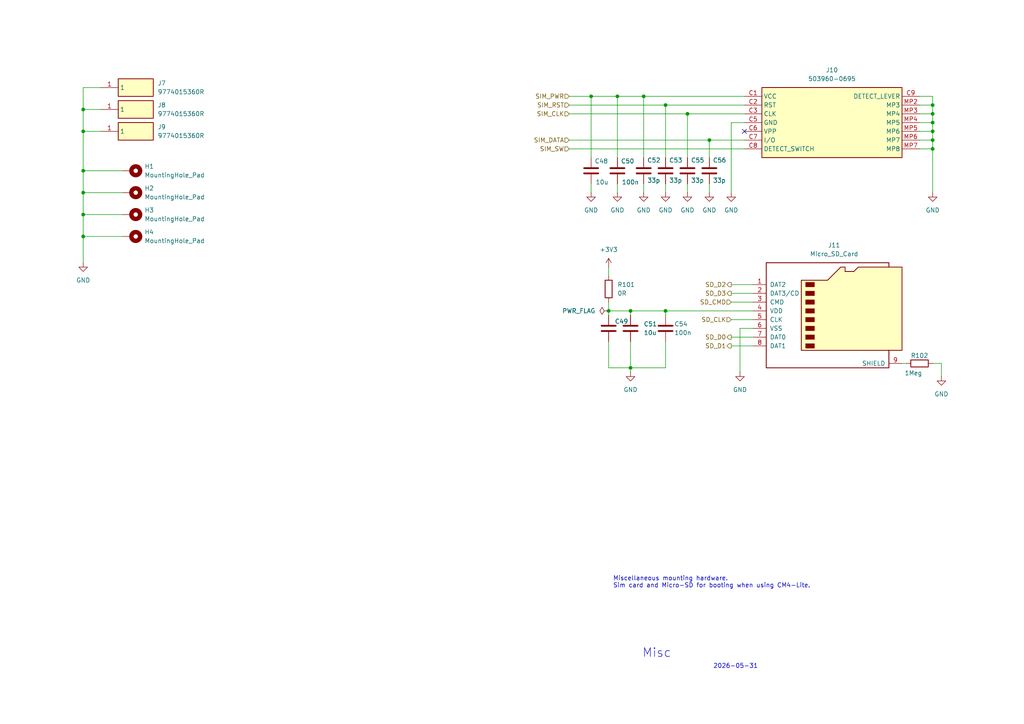
<source format=kicad_sch>
(kicad_sch
	(version 20231120)
	(generator "eeschema")
	(generator_version "8.0")
	(uuid "6b273bf9-b8f3-48ec-89e1-7a1ac81252f1")
	(paper "A4")
	(lib_symbols
		(symbol "503960-0695:503960-0695"
			(exclude_from_sim no)
			(in_bom yes)
			(on_board yes)
			(property "Reference" "J"
				(at 46.99 7.62 0)
				(effects
					(font
						(size 1.27 1.27)
					)
					(justify left top)
				)
			)
			(property "Value" "503960-0695"
				(at 46.99 5.08 0)
				(effects
					(font
						(size 1.27 1.27)
					)
					(justify left top)
				)
			)
			(property "Footprint" "5039600695"
				(at 46.99 -94.92 0)
				(effects
					(font
						(size 1.27 1.27)
					)
					(justify left top)
					(hide yes)
				)
			)
			(property "Datasheet" "https://componentsearchengine.com/Datasheets/2/503960-0695.pdf"
				(at 46.99 -194.92 0)
				(effects
					(font
						(size 1.27 1.27)
					)
					(justify left top)
					(hide yes)
				)
			)
			(property "Description" "Memory Card Connectors microSIMPushPush NormalType"
				(at 0 0 0)
				(effects
					(font
						(size 1.27 1.27)
					)
					(hide yes)
				)
			)
			(property "Height" "1.5"
				(at 46.99 -394.92 0)
				(effects
					(font
						(size 1.27 1.27)
					)
					(justify left top)
					(hide yes)
				)
			)
			(property "Mouser Part Number" "538-503960-0695"
				(at 46.99 -494.92 0)
				(effects
					(font
						(size 1.27 1.27)
					)
					(justify left top)
					(hide yes)
				)
			)
			(property "Mouser Price/Stock" "https://www.mouser.co.uk/ProductDetail/Molex/503960-0695?qs=KFnARfWiB%252BtjiGvmXUkraw%3D%3D"
				(at 46.99 -594.92 0)
				(effects
					(font
						(size 1.27 1.27)
					)
					(justify left top)
					(hide yes)
				)
			)
			(property "Manufacturer_Name" "Molex"
				(at 46.99 -694.92 0)
				(effects
					(font
						(size 1.27 1.27)
					)
					(justify left top)
					(hide yes)
				)
			)
			(property "Manufacturer_Part_Number" "503960-0695"
				(at 46.99 -794.92 0)
				(effects
					(font
						(size 1.27 1.27)
					)
					(justify left top)
					(hide yes)
				)
			)
			(symbol "503960-0695_1_1"
				(rectangle
					(start 5.08 2.54)
					(end 45.72 -17.78)
					(stroke
						(width 0.254)
						(type default)
					)
					(fill
						(type background)
					)
				)
				(pin passive line
					(at 0 0 0)
					(length 5.08)
					(name "VCC"
						(effects
							(font
								(size 1.27 1.27)
							)
						)
					)
					(number "C1"
						(effects
							(font
								(size 1.27 1.27)
							)
						)
					)
				)
				(pin passive line
					(at 0 -2.54 0)
					(length 5.08)
					(name "RST"
						(effects
							(font
								(size 1.27 1.27)
							)
						)
					)
					(number "C2"
						(effects
							(font
								(size 1.27 1.27)
							)
						)
					)
				)
				(pin passive line
					(at 0 -5.08 0)
					(length 5.08)
					(name "CLK"
						(effects
							(font
								(size 1.27 1.27)
							)
						)
					)
					(number "C3"
						(effects
							(font
								(size 1.27 1.27)
							)
						)
					)
				)
				(pin passive line
					(at 0 -7.62 0)
					(length 5.08)
					(name "GND"
						(effects
							(font
								(size 1.27 1.27)
							)
						)
					)
					(number "C5"
						(effects
							(font
								(size 1.27 1.27)
							)
						)
					)
				)
				(pin passive line
					(at 0 -10.16 0)
					(length 5.08)
					(name "VPP"
						(effects
							(font
								(size 1.27 1.27)
							)
						)
					)
					(number "C6"
						(effects
							(font
								(size 1.27 1.27)
							)
						)
					)
				)
				(pin passive line
					(at 0 -12.7 0)
					(length 5.08)
					(name "I/O"
						(effects
							(font
								(size 1.27 1.27)
							)
						)
					)
					(number "C7"
						(effects
							(font
								(size 1.27 1.27)
							)
						)
					)
				)
				(pin passive line
					(at 0 -15.24 0)
					(length 5.08)
					(name "DETECT_SWITCH"
						(effects
							(font
								(size 1.27 1.27)
							)
						)
					)
					(number "C8"
						(effects
							(font
								(size 1.27 1.27)
							)
						)
					)
				)
				(pin passive line
					(at 50.8 0 180)
					(length 5.08)
					(name "DETECT_LEVER"
						(effects
							(font
								(size 1.27 1.27)
							)
						)
					)
					(number "C9"
						(effects
							(font
								(size 1.27 1.27)
							)
						)
					)
				)
				(pin passive line
					(at 50.8 -2.54 180)
					(length 5.08)
					(name "MP3"
						(effects
							(font
								(size 1.27 1.27)
							)
						)
					)
					(number "MP2"
						(effects
							(font
								(size 1.27 1.27)
							)
						)
					)
				)
				(pin passive line
					(at 50.8 -5.08 180)
					(length 5.08)
					(name "MP4"
						(effects
							(font
								(size 1.27 1.27)
							)
						)
					)
					(number "MP3"
						(effects
							(font
								(size 1.27 1.27)
							)
						)
					)
				)
				(pin passive line
					(at 50.8 -7.62 180)
					(length 5.08)
					(name "MP5"
						(effects
							(font
								(size 1.27 1.27)
							)
						)
					)
					(number "MP4"
						(effects
							(font
								(size 1.27 1.27)
							)
						)
					)
				)
				(pin passive line
					(at 50.8 -10.16 180)
					(length 5.08)
					(name "MP6"
						(effects
							(font
								(size 1.27 1.27)
							)
						)
					)
					(number "MP5"
						(effects
							(font
								(size 1.27 1.27)
							)
						)
					)
				)
				(pin passive line
					(at 50.8 -12.7 180)
					(length 5.08)
					(name "MP7"
						(effects
							(font
								(size 1.27 1.27)
							)
						)
					)
					(number "MP6"
						(effects
							(font
								(size 1.27 1.27)
							)
						)
					)
				)
				(pin passive line
					(at 50.8 -15.24 180)
					(length 5.08)
					(name "MP8"
						(effects
							(font
								(size 1.27 1.27)
							)
						)
					)
					(number "MP7"
						(effects
							(font
								(size 1.27 1.27)
							)
						)
					)
				)
			)
		)
		(symbol "9774015360R:9774015360R"
			(exclude_from_sim no)
			(in_bom yes)
			(on_board yes)
			(property "Reference" "J"
				(at 16.51 7.62 0)
				(effects
					(font
						(size 1.27 1.27)
					)
					(justify left top)
				)
			)
			(property "Value" "9774015360R"
				(at 16.51 5.08 0)
				(effects
					(font
						(size 1.27 1.27)
					)
					(justify left top)
				)
			)
			(property "Footprint" "9774015360R"
				(at 16.51 -94.92 0)
				(effects
					(font
						(size 1.27 1.27)
					)
					(justify left top)
					(hide yes)
				)
			)
			(property "Datasheet" "https://componentsearchengine.com/Datasheets/2/9774015360R.pdf"
				(at 16.51 -194.92 0)
				(effects
					(font
						(size 1.27 1.27)
					)
					(justify left top)
					(hide yes)
				)
			)
			(property "Description" "WURTH ELEKTRONIK - 9774015360R - Standoff, SMT, Non Stop, Steel, Round Female, M3, 6 mm x 1.5 mm, 2.9 mm Overall, WA-SMSI Series"
				(at 0 0 0)
				(effects
					(font
						(size 1.27 1.27)
					)
					(hide yes)
				)
			)
			(property "Height" "2.9"
				(at 16.51 -394.92 0)
				(effects
					(font
						(size 1.27 1.27)
					)
					(justify left top)
					(hide yes)
				)
			)
			(property "Farnell Part Number" ""
				(at 16.51 -494.92 0)
				(effects
					(font
						(size 1.27 1.27)
					)
					(justify left top)
					(hide yes)
				)
			)
			(property "Farnell Price/Stock" ""
				(at 16.51 -594.92 0)
				(effects
					(font
						(size 1.27 1.27)
					)
					(justify left top)
					(hide yes)
				)
			)
			(property "Manufacturer_Name" "Wurth Elektronik"
				(at 16.51 -694.92 0)
				(effects
					(font
						(size 1.27 1.27)
					)
					(justify left top)
					(hide yes)
				)
			)
			(property "Manufacturer_Part_Number" "9774015360R"
				(at 16.51 -794.92 0)
				(effects
					(font
						(size 1.27 1.27)
					)
					(justify left top)
					(hide yes)
				)
			)
			(symbol "9774015360R_1_1"
				(rectangle
					(start 5.08 2.54)
					(end 15.24 -2.54)
					(stroke
						(width 0.254)
						(type default)
					)
					(fill
						(type background)
					)
				)
				(pin passive line
					(at 0 0 0)
					(length 5.08)
					(name "1"
						(effects
							(font
								(size 1.27 1.27)
							)
						)
					)
					(number "1"
						(effects
							(font
								(size 1.27 1.27)
							)
						)
					)
				)
			)
		)
		(symbol "Connector:Micro_SD_Card"
			(pin_names
				(offset 1.016)
			)
			(exclude_from_sim no)
			(in_bom yes)
			(on_board yes)
			(property "Reference" "J"
				(at -16.51 15.24 0)
				(effects
					(font
						(size 1.27 1.27)
					)
				)
			)
			(property "Value" "Micro_SD_Card"
				(at 16.51 15.24 0)
				(effects
					(font
						(size 1.27 1.27)
					)
					(justify right)
				)
			)
			(property "Footprint" ""
				(at 29.21 7.62 0)
				(effects
					(font
						(size 1.27 1.27)
					)
					(hide yes)
				)
			)
			(property "Datasheet" "https://www.we-online.com/components/products/datasheet/693072010801.pdf"
				(at 0 0 0)
				(effects
					(font
						(size 1.27 1.27)
					)
					(hide yes)
				)
			)
			(property "Description" "Micro SD Card Socket"
				(at 0 0 0)
				(effects
					(font
						(size 1.27 1.27)
					)
					(hide yes)
				)
			)
			(property "ki_keywords" "connector SD microsd"
				(at 0 0 0)
				(effects
					(font
						(size 1.27 1.27)
					)
					(hide yes)
				)
			)
			(property "ki_fp_filters" "microSD*"
				(at 0 0 0)
				(effects
					(font
						(size 1.27 1.27)
					)
					(hide yes)
				)
			)
			(symbol "Micro_SD_Card_0_1"
				(rectangle
					(start -7.62 -9.525)
					(end -5.08 -10.795)
					(stroke
						(width 0)
						(type default)
					)
					(fill
						(type outline)
					)
				)
				(rectangle
					(start -7.62 -6.985)
					(end -5.08 -8.255)
					(stroke
						(width 0)
						(type default)
					)
					(fill
						(type outline)
					)
				)
				(rectangle
					(start -7.62 -4.445)
					(end -5.08 -5.715)
					(stroke
						(width 0)
						(type default)
					)
					(fill
						(type outline)
					)
				)
				(rectangle
					(start -7.62 -1.905)
					(end -5.08 -3.175)
					(stroke
						(width 0)
						(type default)
					)
					(fill
						(type outline)
					)
				)
				(rectangle
					(start -7.62 0.635)
					(end -5.08 -0.635)
					(stroke
						(width 0)
						(type default)
					)
					(fill
						(type outline)
					)
				)
				(rectangle
					(start -7.62 3.175)
					(end -5.08 1.905)
					(stroke
						(width 0)
						(type default)
					)
					(fill
						(type outline)
					)
				)
				(rectangle
					(start -7.62 5.715)
					(end -5.08 4.445)
					(stroke
						(width 0)
						(type default)
					)
					(fill
						(type outline)
					)
				)
				(rectangle
					(start -7.62 8.255)
					(end -5.08 6.985)
					(stroke
						(width 0)
						(type default)
					)
					(fill
						(type outline)
					)
				)
				(polyline
					(pts
						(xy 16.51 12.7) (xy 16.51 13.97) (xy -19.05 13.97) (xy -19.05 -16.51) (xy 16.51 -16.51) (xy 16.51 -11.43)
					)
					(stroke
						(width 0.254)
						(type default)
					)
					(fill
						(type none)
					)
				)
				(polyline
					(pts
						(xy -8.89 -11.43) (xy -8.89 8.89) (xy -1.27 8.89) (xy 2.54 12.7) (xy 3.81 12.7) (xy 3.81 11.43)
						(xy 6.35 11.43) (xy 7.62 12.7) (xy 20.32 12.7) (xy 20.32 -11.43) (xy -8.89 -11.43)
					)
					(stroke
						(width 0.254)
						(type default)
					)
					(fill
						(type background)
					)
				)
			)
			(symbol "Micro_SD_Card_1_1"
				(pin bidirectional line
					(at -22.86 7.62 0)
					(length 3.81)
					(name "DAT2"
						(effects
							(font
								(size 1.27 1.27)
							)
						)
					)
					(number "1"
						(effects
							(font
								(size 1.27 1.27)
							)
						)
					)
				)
				(pin bidirectional line
					(at -22.86 5.08 0)
					(length 3.81)
					(name "DAT3/CD"
						(effects
							(font
								(size 1.27 1.27)
							)
						)
					)
					(number "2"
						(effects
							(font
								(size 1.27 1.27)
							)
						)
					)
				)
				(pin input line
					(at -22.86 2.54 0)
					(length 3.81)
					(name "CMD"
						(effects
							(font
								(size 1.27 1.27)
							)
						)
					)
					(number "3"
						(effects
							(font
								(size 1.27 1.27)
							)
						)
					)
				)
				(pin power_in line
					(at -22.86 0 0)
					(length 3.81)
					(name "VDD"
						(effects
							(font
								(size 1.27 1.27)
							)
						)
					)
					(number "4"
						(effects
							(font
								(size 1.27 1.27)
							)
						)
					)
				)
				(pin input line
					(at -22.86 -2.54 0)
					(length 3.81)
					(name "CLK"
						(effects
							(font
								(size 1.27 1.27)
							)
						)
					)
					(number "5"
						(effects
							(font
								(size 1.27 1.27)
							)
						)
					)
				)
				(pin power_in line
					(at -22.86 -5.08 0)
					(length 3.81)
					(name "VSS"
						(effects
							(font
								(size 1.27 1.27)
							)
						)
					)
					(number "6"
						(effects
							(font
								(size 1.27 1.27)
							)
						)
					)
				)
				(pin bidirectional line
					(at -22.86 -7.62 0)
					(length 3.81)
					(name "DAT0"
						(effects
							(font
								(size 1.27 1.27)
							)
						)
					)
					(number "7"
						(effects
							(font
								(size 1.27 1.27)
							)
						)
					)
				)
				(pin bidirectional line
					(at -22.86 -10.16 0)
					(length 3.81)
					(name "DAT1"
						(effects
							(font
								(size 1.27 1.27)
							)
						)
					)
					(number "8"
						(effects
							(font
								(size 1.27 1.27)
							)
						)
					)
				)
				(pin passive line
					(at 20.32 -15.24 180)
					(length 3.81)
					(name "SHIELD"
						(effects
							(font
								(size 1.27 1.27)
							)
						)
					)
					(number "9"
						(effects
							(font
								(size 1.27 1.27)
							)
						)
					)
				)
			)
		)
		(symbol "Device:C"
			(pin_numbers hide)
			(pin_names
				(offset 0.254)
			)
			(exclude_from_sim no)
			(in_bom yes)
			(on_board yes)
			(property "Reference" "C"
				(at 0.635 2.54 0)
				(effects
					(font
						(size 1.27 1.27)
					)
					(justify left)
				)
			)
			(property "Value" "C"
				(at 0.635 -2.54 0)
				(effects
					(font
						(size 1.27 1.27)
					)
					(justify left)
				)
			)
			(property "Footprint" ""
				(at 0.9652 -3.81 0)
				(effects
					(font
						(size 1.27 1.27)
					)
					(hide yes)
				)
			)
			(property "Datasheet" "~"
				(at 0 0 0)
				(effects
					(font
						(size 1.27 1.27)
					)
					(hide yes)
				)
			)
			(property "Description" "Unpolarized capacitor"
				(at 0 0 0)
				(effects
					(font
						(size 1.27 1.27)
					)
					(hide yes)
				)
			)
			(property "ki_keywords" "cap capacitor"
				(at 0 0 0)
				(effects
					(font
						(size 1.27 1.27)
					)
					(hide yes)
				)
			)
			(property "ki_fp_filters" "C_*"
				(at 0 0 0)
				(effects
					(font
						(size 1.27 1.27)
					)
					(hide yes)
				)
			)
			(symbol "C_0_1"
				(polyline
					(pts
						(xy -2.032 -0.762) (xy 2.032 -0.762)
					)
					(stroke
						(width 0.508)
						(type default)
					)
					(fill
						(type none)
					)
				)
				(polyline
					(pts
						(xy -2.032 0.762) (xy 2.032 0.762)
					)
					(stroke
						(width 0.508)
						(type default)
					)
					(fill
						(type none)
					)
				)
			)
			(symbol "C_1_1"
				(pin passive line
					(at 0 3.81 270)
					(length 2.794)
					(name "~"
						(effects
							(font
								(size 1.27 1.27)
							)
						)
					)
					(number "1"
						(effects
							(font
								(size 1.27 1.27)
							)
						)
					)
				)
				(pin passive line
					(at 0 -3.81 90)
					(length 2.794)
					(name "~"
						(effects
							(font
								(size 1.27 1.27)
							)
						)
					)
					(number "2"
						(effects
							(font
								(size 1.27 1.27)
							)
						)
					)
				)
			)
		)
		(symbol "Device:R"
			(pin_numbers hide)
			(pin_names
				(offset 0)
			)
			(exclude_from_sim no)
			(in_bom yes)
			(on_board yes)
			(property "Reference" "R"
				(at 2.032 0 90)
				(effects
					(font
						(size 1.27 1.27)
					)
				)
			)
			(property "Value" "R"
				(at 0 0 90)
				(effects
					(font
						(size 1.27 1.27)
					)
				)
			)
			(property "Footprint" ""
				(at -1.778 0 90)
				(effects
					(font
						(size 1.27 1.27)
					)
					(hide yes)
				)
			)
			(property "Datasheet" "~"
				(at 0 0 0)
				(effects
					(font
						(size 1.27 1.27)
					)
					(hide yes)
				)
			)
			(property "Description" "Resistor"
				(at 0 0 0)
				(effects
					(font
						(size 1.27 1.27)
					)
					(hide yes)
				)
			)
			(property "ki_keywords" "R res resistor"
				(at 0 0 0)
				(effects
					(font
						(size 1.27 1.27)
					)
					(hide yes)
				)
			)
			(property "ki_fp_filters" "R_*"
				(at 0 0 0)
				(effects
					(font
						(size 1.27 1.27)
					)
					(hide yes)
				)
			)
			(symbol "R_0_1"
				(rectangle
					(start -1.016 -2.54)
					(end 1.016 2.54)
					(stroke
						(width 0.254)
						(type default)
					)
					(fill
						(type none)
					)
				)
			)
			(symbol "R_1_1"
				(pin passive line
					(at 0 3.81 270)
					(length 1.27)
					(name "~"
						(effects
							(font
								(size 1.27 1.27)
							)
						)
					)
					(number "1"
						(effects
							(font
								(size 1.27 1.27)
							)
						)
					)
				)
				(pin passive line
					(at 0 -3.81 90)
					(length 1.27)
					(name "~"
						(effects
							(font
								(size 1.27 1.27)
							)
						)
					)
					(number "2"
						(effects
							(font
								(size 1.27 1.27)
							)
						)
					)
				)
			)
		)
		(symbol "Mechanical:MountingHole_Pad"
			(pin_numbers hide)
			(pin_names
				(offset 1.016) hide)
			(exclude_from_sim yes)
			(in_bom no)
			(on_board yes)
			(property "Reference" "H"
				(at 0 6.35 0)
				(effects
					(font
						(size 1.27 1.27)
					)
				)
			)
			(property "Value" "MountingHole_Pad"
				(at 0 4.445 0)
				(effects
					(font
						(size 1.27 1.27)
					)
				)
			)
			(property "Footprint" ""
				(at 0 0 0)
				(effects
					(font
						(size 1.27 1.27)
					)
					(hide yes)
				)
			)
			(property "Datasheet" "~"
				(at 0 0 0)
				(effects
					(font
						(size 1.27 1.27)
					)
					(hide yes)
				)
			)
			(property "Description" "Mounting Hole with connection"
				(at 0 0 0)
				(effects
					(font
						(size 1.27 1.27)
					)
					(hide yes)
				)
			)
			(property "ki_keywords" "mounting hole"
				(at 0 0 0)
				(effects
					(font
						(size 1.27 1.27)
					)
					(hide yes)
				)
			)
			(property "ki_fp_filters" "MountingHole*Pad*"
				(at 0 0 0)
				(effects
					(font
						(size 1.27 1.27)
					)
					(hide yes)
				)
			)
			(symbol "MountingHole_Pad_0_1"
				(circle
					(center 0 1.27)
					(radius 1.27)
					(stroke
						(width 1.27)
						(type default)
					)
					(fill
						(type none)
					)
				)
			)
			(symbol "MountingHole_Pad_1_1"
				(pin input line
					(at 0 -2.54 90)
					(length 2.54)
					(name "1"
						(effects
							(font
								(size 1.27 1.27)
							)
						)
					)
					(number "1"
						(effects
							(font
								(size 1.27 1.27)
							)
						)
					)
				)
			)
		)
		(symbol "power:+3V3"
			(power)
			(pin_numbers hide)
			(pin_names
				(offset 0) hide)
			(exclude_from_sim no)
			(in_bom yes)
			(on_board yes)
			(property "Reference" "#PWR"
				(at 0 -3.81 0)
				(effects
					(font
						(size 1.27 1.27)
					)
					(hide yes)
				)
			)
			(property "Value" "+3V3"
				(at 0 3.556 0)
				(effects
					(font
						(size 1.27 1.27)
					)
				)
			)
			(property "Footprint" ""
				(at 0 0 0)
				(effects
					(font
						(size 1.27 1.27)
					)
					(hide yes)
				)
			)
			(property "Datasheet" ""
				(at 0 0 0)
				(effects
					(font
						(size 1.27 1.27)
					)
					(hide yes)
				)
			)
			(property "Description" "Power symbol creates a global label with name \"+3V3\""
				(at 0 0 0)
				(effects
					(font
						(size 1.27 1.27)
					)
					(hide yes)
				)
			)
			(property "ki_keywords" "global power"
				(at 0 0 0)
				(effects
					(font
						(size 1.27 1.27)
					)
					(hide yes)
				)
			)
			(symbol "+3V3_0_1"
				(polyline
					(pts
						(xy -0.762 1.27) (xy 0 2.54)
					)
					(stroke
						(width 0)
						(type default)
					)
					(fill
						(type none)
					)
				)
				(polyline
					(pts
						(xy 0 0) (xy 0 2.54)
					)
					(stroke
						(width 0)
						(type default)
					)
					(fill
						(type none)
					)
				)
				(polyline
					(pts
						(xy 0 2.54) (xy 0.762 1.27)
					)
					(stroke
						(width 0)
						(type default)
					)
					(fill
						(type none)
					)
				)
			)
			(symbol "+3V3_1_1"
				(pin power_in line
					(at 0 0 90)
					(length 0)
					(name "~"
						(effects
							(font
								(size 1.27 1.27)
							)
						)
					)
					(number "1"
						(effects
							(font
								(size 1.27 1.27)
							)
						)
					)
				)
			)
		)
		(symbol "power:GND"
			(power)
			(pin_numbers hide)
			(pin_names
				(offset 0) hide)
			(exclude_from_sim no)
			(in_bom yes)
			(on_board yes)
			(property "Reference" "#PWR"
				(at 0 -6.35 0)
				(effects
					(font
						(size 1.27 1.27)
					)
					(hide yes)
				)
			)
			(property "Value" "GND"
				(at 0 -3.81 0)
				(effects
					(font
						(size 1.27 1.27)
					)
				)
			)
			(property "Footprint" ""
				(at 0 0 0)
				(effects
					(font
						(size 1.27 1.27)
					)
					(hide yes)
				)
			)
			(property "Datasheet" ""
				(at 0 0 0)
				(effects
					(font
						(size 1.27 1.27)
					)
					(hide yes)
				)
			)
			(property "Description" "Power symbol creates a global label with name \"GND\" , ground"
				(at 0 0 0)
				(effects
					(font
						(size 1.27 1.27)
					)
					(hide yes)
				)
			)
			(property "ki_keywords" "global power"
				(at 0 0 0)
				(effects
					(font
						(size 1.27 1.27)
					)
					(hide yes)
				)
			)
			(symbol "GND_0_1"
				(polyline
					(pts
						(xy 0 0) (xy 0 -1.27) (xy 1.27 -1.27) (xy 0 -2.54) (xy -1.27 -1.27) (xy 0 -1.27)
					)
					(stroke
						(width 0)
						(type default)
					)
					(fill
						(type none)
					)
				)
			)
			(symbol "GND_1_1"
				(pin power_in line
					(at 0 0 270)
					(length 0)
					(name "~"
						(effects
							(font
								(size 1.27 1.27)
							)
						)
					)
					(number "1"
						(effects
							(font
								(size 1.27 1.27)
							)
						)
					)
				)
			)
		)
		(symbol "power:PWR_FLAG"
			(power)
			(pin_numbers hide)
			(pin_names
				(offset 0) hide)
			(exclude_from_sim no)
			(in_bom yes)
			(on_board yes)
			(property "Reference" "#FLG"
				(at 0 1.905 0)
				(effects
					(font
						(size 1.27 1.27)
					)
					(hide yes)
				)
			)
			(property "Value" "PWR_FLAG"
				(at 0 3.81 0)
				(effects
					(font
						(size 1.27 1.27)
					)
				)
			)
			(property "Footprint" ""
				(at 0 0 0)
				(effects
					(font
						(size 1.27 1.27)
					)
					(hide yes)
				)
			)
			(property "Datasheet" "~"
				(at 0 0 0)
				(effects
					(font
						(size 1.27 1.27)
					)
					(hide yes)
				)
			)
			(property "Description" "Special symbol for telling ERC where power comes from"
				(at 0 0 0)
				(effects
					(font
						(size 1.27 1.27)
					)
					(hide yes)
				)
			)
			(property "ki_keywords" "flag power"
				(at 0 0 0)
				(effects
					(font
						(size 1.27 1.27)
					)
					(hide yes)
				)
			)
			(symbol "PWR_FLAG_0_0"
				(pin power_out line
					(at 0 0 90)
					(length 0)
					(name "~"
						(effects
							(font
								(size 1.27 1.27)
							)
						)
					)
					(number "1"
						(effects
							(font
								(size 1.27 1.27)
							)
						)
					)
				)
			)
			(symbol "PWR_FLAG_0_1"
				(polyline
					(pts
						(xy 0 0) (xy 0 1.27) (xy -1.016 1.905) (xy 0 2.54) (xy 1.016 1.905) (xy 0 1.27)
					)
					(stroke
						(width 0)
						(type default)
					)
					(fill
						(type none)
					)
				)
			)
		)
	)
	(junction
		(at 270.51 30.48)
		(diameter 0)
		(color 0 0 0 0)
		(uuid "05a11fb2-1913-4eb5-9987-07528d37b372")
	)
	(junction
		(at 24.13 31.75)
		(diameter 0)
		(color 0 0 0 0)
		(uuid "07962112-5e6c-41e5-bf5a-7e148ae40128")
	)
	(junction
		(at 179.07 27.94)
		(diameter 0)
		(color 0 0 0 0)
		(uuid "13b9e971-a90a-4eee-86d2-16870e9e4bce")
	)
	(junction
		(at 193.04 30.48)
		(diameter 0)
		(color 0 0 0 0)
		(uuid "1a168815-187b-4ddb-b397-920149942dd3")
	)
	(junction
		(at 270.51 40.64)
		(diameter 0)
		(color 0 0 0 0)
		(uuid "23d48409-5310-4456-9a6d-3a54a1271d32")
	)
	(junction
		(at 270.51 33.02)
		(diameter 0)
		(color 0 0 0 0)
		(uuid "3191fe4f-82ea-407d-9ee5-9a5f5b37f386")
	)
	(junction
		(at 270.51 38.1)
		(diameter 0)
		(color 0 0 0 0)
		(uuid "33a1e9cf-c3b6-436c-a05d-cb16df4abc30")
	)
	(junction
		(at 199.39 33.02)
		(diameter 0)
		(color 0 0 0 0)
		(uuid "36f1ecd7-774e-400f-95ee-61ab6a000e80")
	)
	(junction
		(at 270.51 35.56)
		(diameter 0)
		(color 0 0 0 0)
		(uuid "3d7f8d70-10aa-4378-8f0b-ecd1f0e047d3")
	)
	(junction
		(at 186.69 27.94)
		(diameter 0)
		(color 0 0 0 0)
		(uuid "57bbac30-34d4-47f8-8afc-41580ce82dda")
	)
	(junction
		(at 182.88 106.68)
		(diameter 0)
		(color 0 0 0 0)
		(uuid "5a558749-f663-42dc-a2bc-49571e7fc475")
	)
	(junction
		(at 193.04 90.17)
		(diameter 0)
		(color 0 0 0 0)
		(uuid "5b4d3883-720e-45fb-a80b-43e6ef55e554")
	)
	(junction
		(at 24.13 68.58)
		(diameter 0)
		(color 0 0 0 0)
		(uuid "66077d9e-31c8-49a8-acf9-02e6eb5e6c58")
	)
	(junction
		(at 24.13 62.23)
		(diameter 0)
		(color 0 0 0 0)
		(uuid "70f6dd71-8295-44f9-a7f3-5bdebd7dee2a")
	)
	(junction
		(at 24.13 38.1)
		(diameter 0)
		(color 0 0 0 0)
		(uuid "7fa16d15-b185-422a-8ffd-2c2c1d6b201b")
	)
	(junction
		(at 24.13 49.53)
		(diameter 0)
		(color 0 0 0 0)
		(uuid "855a49d9-2586-40b7-bbf5-e657a8e20b6a")
	)
	(junction
		(at 270.51 43.18)
		(diameter 0)
		(color 0 0 0 0)
		(uuid "9911de75-3903-44a5-b7d6-a60873619644")
	)
	(junction
		(at 24.13 55.88)
		(diameter 0)
		(color 0 0 0 0)
		(uuid "b8b2c35f-a79e-4bf7-8bee-43b11ebea8fe")
	)
	(junction
		(at 171.45 27.94)
		(diameter 0)
		(color 0 0 0 0)
		(uuid "ba803531-2d17-4b15-8bb5-caa24c10f123")
	)
	(junction
		(at 205.74 40.64)
		(diameter 0)
		(color 0 0 0 0)
		(uuid "d2b4158d-adfe-47be-9428-c436e72afe8b")
	)
	(junction
		(at 176.53 90.17)
		(diameter 0)
		(color 0 0 0 0)
		(uuid "ee810d76-ecf5-4235-bd22-c9ed3cfc777f")
	)
	(junction
		(at 182.88 90.17)
		(diameter 0)
		(color 0 0 0 0)
		(uuid "f3441be9-abf4-402c-84e0-c37311ec4fcf")
	)
	(no_connect
		(at 215.9 38.1)
		(uuid "a6649205-a0cf-43b7-8a47-168fd049102b")
	)
	(wire
		(pts
			(xy 199.39 53.34) (xy 199.39 55.88)
		)
		(stroke
			(width 0)
			(type default)
		)
		(uuid "01ada258-6d88-45d0-b513-d896f5b13f09")
	)
	(wire
		(pts
			(xy 179.07 53.34) (xy 179.07 55.88)
		)
		(stroke
			(width 0)
			(type default)
		)
		(uuid "0591f3c4-8bd3-4420-a2c4-2d8247e1b543")
	)
	(wire
		(pts
			(xy 266.7 27.94) (xy 270.51 27.94)
		)
		(stroke
			(width 0)
			(type default)
		)
		(uuid "09f88f04-a348-4072-8ce2-7617112ebee2")
	)
	(wire
		(pts
			(xy 171.45 55.88) (xy 171.45 53.34)
		)
		(stroke
			(width 0)
			(type default)
		)
		(uuid "0d885a8d-af9b-4e66-9b85-8ac43bba1582")
	)
	(wire
		(pts
			(xy 270.51 105.41) (xy 273.05 105.41)
		)
		(stroke
			(width 0)
			(type default)
		)
		(uuid "0e3ffc9d-efa5-458e-9519-b70b3fd71b7b")
	)
	(wire
		(pts
			(xy 24.13 31.75) (xy 24.13 38.1)
		)
		(stroke
			(width 0)
			(type default)
		)
		(uuid "0f3cf9af-b342-407a-800a-2eea5b878cb3")
	)
	(wire
		(pts
			(xy 212.09 85.09) (xy 218.44 85.09)
		)
		(stroke
			(width 0)
			(type default)
		)
		(uuid "10a8ea7c-b0ae-495a-81a8-4d2845826ab0")
	)
	(wire
		(pts
			(xy 182.88 106.68) (xy 182.88 107.95)
		)
		(stroke
			(width 0)
			(type default)
		)
		(uuid "11db7e6c-d279-4997-82f4-fa1da5dc1a73")
	)
	(wire
		(pts
			(xy 193.04 45.72) (xy 193.04 30.48)
		)
		(stroke
			(width 0)
			(type default)
		)
		(uuid "1626a975-940a-4da5-8dec-40ebc3b66763")
	)
	(wire
		(pts
			(xy 24.13 55.88) (xy 24.13 62.23)
		)
		(stroke
			(width 0)
			(type default)
		)
		(uuid "2391e3e3-1da1-4638-b77c-bbecbbe41fcd")
	)
	(wire
		(pts
			(xy 205.74 45.72) (xy 205.74 40.64)
		)
		(stroke
			(width 0)
			(type default)
		)
		(uuid "26aadfdd-fc0c-490b-a890-b369cfa861f1")
	)
	(wire
		(pts
			(xy 179.07 27.94) (xy 186.69 27.94)
		)
		(stroke
			(width 0)
			(type default)
		)
		(uuid "2b99ec5d-cf14-4178-8608-2924fd71f3c1")
	)
	(wire
		(pts
			(xy 266.7 33.02) (xy 270.51 33.02)
		)
		(stroke
			(width 0)
			(type default)
		)
		(uuid "2bb6caa5-8e2a-4578-a12f-9a6c57d1fad0")
	)
	(wire
		(pts
			(xy 171.45 45.72) (xy 171.45 27.94)
		)
		(stroke
			(width 0)
			(type default)
		)
		(uuid "32bf61b8-d2a6-4e4c-90f4-17d0301395c4")
	)
	(wire
		(pts
			(xy 29.21 25.4) (xy 24.13 25.4)
		)
		(stroke
			(width 0)
			(type default)
		)
		(uuid "34270f7a-06a6-41a4-9302-8b5c73a5833e")
	)
	(wire
		(pts
			(xy 24.13 49.53) (xy 35.56 49.53)
		)
		(stroke
			(width 0)
			(type default)
		)
		(uuid "403fd14c-5a6b-470e-83d4-e5dd4841b40e")
	)
	(wire
		(pts
			(xy 24.13 62.23) (xy 35.56 62.23)
		)
		(stroke
			(width 0)
			(type default)
		)
		(uuid "464f3d10-90ea-4510-92bc-786257031fde")
	)
	(wire
		(pts
			(xy 205.74 40.64) (xy 215.9 40.64)
		)
		(stroke
			(width 0)
			(type default)
		)
		(uuid "47b29510-0377-466b-aed3-199a64301889")
	)
	(wire
		(pts
			(xy 215.9 27.94) (xy 186.69 27.94)
		)
		(stroke
			(width 0)
			(type default)
		)
		(uuid "4803b6a3-477e-4a6b-ad2e-a16fce6c7186")
	)
	(wire
		(pts
			(xy 270.51 33.02) (xy 270.51 35.56)
		)
		(stroke
			(width 0)
			(type default)
		)
		(uuid "494496e6-8470-4e08-95cf-cbcebc55e276")
	)
	(wire
		(pts
			(xy 214.63 95.25) (xy 214.63 107.95)
		)
		(stroke
			(width 0)
			(type default)
		)
		(uuid "4af0f6a8-1543-4dde-871c-af01c1b3efe0")
	)
	(wire
		(pts
			(xy 270.51 43.18) (xy 270.51 55.88)
		)
		(stroke
			(width 0)
			(type default)
		)
		(uuid "4dea7e2c-475a-4144-a6bf-92ecb13e5e7e")
	)
	(wire
		(pts
			(xy 266.7 38.1) (xy 270.51 38.1)
		)
		(stroke
			(width 0)
			(type default)
		)
		(uuid "54f7d6f0-d700-49fb-ab77-0f597863d6c4")
	)
	(wire
		(pts
			(xy 261.62 105.41) (xy 262.89 105.41)
		)
		(stroke
			(width 0)
			(type default)
		)
		(uuid "59d369fd-b4c3-4e57-9859-e97c1508b2d0")
	)
	(wire
		(pts
			(xy 182.88 106.68) (xy 193.04 106.68)
		)
		(stroke
			(width 0)
			(type default)
		)
		(uuid "5ebd6e27-44d1-460a-b9b2-ca22e7cd8a2d")
	)
	(wire
		(pts
			(xy 176.53 90.17) (xy 176.53 91.44)
		)
		(stroke
			(width 0)
			(type default)
		)
		(uuid "6181f6ec-e1b7-470c-9642-afc5e43890df")
	)
	(wire
		(pts
			(xy 176.53 87.63) (xy 176.53 90.17)
		)
		(stroke
			(width 0)
			(type default)
		)
		(uuid "62a464c1-de9f-4869-936f-33d9dca6925c")
	)
	(wire
		(pts
			(xy 215.9 33.02) (xy 199.39 33.02)
		)
		(stroke
			(width 0)
			(type default)
		)
		(uuid "6308e174-bcf8-438f-8c5d-a010a2378674")
	)
	(wire
		(pts
			(xy 266.7 35.56) (xy 270.51 35.56)
		)
		(stroke
			(width 0)
			(type default)
		)
		(uuid "6881480a-7eae-4cc0-947b-fbe3e5d652ca")
	)
	(wire
		(pts
			(xy 193.04 55.88) (xy 193.04 53.34)
		)
		(stroke
			(width 0)
			(type default)
		)
		(uuid "69d27162-62c1-4b93-af87-978005d39151")
	)
	(wire
		(pts
			(xy 218.44 95.25) (xy 214.63 95.25)
		)
		(stroke
			(width 0)
			(type default)
		)
		(uuid "6ab277de-3a06-480b-9fb4-690a1370c4ab")
	)
	(wire
		(pts
			(xy 212.09 82.55) (xy 218.44 82.55)
		)
		(stroke
			(width 0)
			(type default)
		)
		(uuid "6dfd9b40-1c79-4972-8926-d60e10386bb0")
	)
	(wire
		(pts
			(xy 193.04 91.44) (xy 193.04 90.17)
		)
		(stroke
			(width 0)
			(type default)
		)
		(uuid "70394823-3a49-4669-a0a7-3e76fe355b20")
	)
	(wire
		(pts
			(xy 24.13 31.75) (xy 29.21 31.75)
		)
		(stroke
			(width 0)
			(type default)
		)
		(uuid "7229378e-a075-4af4-a7bb-bddcdfefa3b0")
	)
	(wire
		(pts
			(xy 182.88 90.17) (xy 193.04 90.17)
		)
		(stroke
			(width 0)
			(type default)
		)
		(uuid "74e5f9e4-e461-4038-b233-ae5a8538a8b9")
	)
	(wire
		(pts
			(xy 212.09 97.79) (xy 218.44 97.79)
		)
		(stroke
			(width 0)
			(type default)
		)
		(uuid "7a562606-b7eb-4c15-ab03-f5dc3c9922f3")
	)
	(wire
		(pts
			(xy 179.07 27.94) (xy 179.07 45.72)
		)
		(stroke
			(width 0)
			(type default)
		)
		(uuid "7d6a5122-da29-4600-959b-20b69110738b")
	)
	(wire
		(pts
			(xy 199.39 33.02) (xy 199.39 45.72)
		)
		(stroke
			(width 0)
			(type default)
		)
		(uuid "8205a53b-88f5-40a6-ae77-a4de8a41df81")
	)
	(wire
		(pts
			(xy 266.7 40.64) (xy 270.51 40.64)
		)
		(stroke
			(width 0)
			(type default)
		)
		(uuid "8377c2d1-6067-4a0c-8a71-e4ac9f2ecd61")
	)
	(wire
		(pts
			(xy 212.09 35.56) (xy 212.09 55.88)
		)
		(stroke
			(width 0)
			(type default)
		)
		(uuid "96d2d603-1b64-4d93-969e-81e72befe5fc")
	)
	(wire
		(pts
			(xy 165.1 40.64) (xy 205.74 40.64)
		)
		(stroke
			(width 0)
			(type default)
		)
		(uuid "982e507f-26a2-440b-9aeb-74b5b918751e")
	)
	(wire
		(pts
			(xy 182.88 99.06) (xy 182.88 106.68)
		)
		(stroke
			(width 0)
			(type default)
		)
		(uuid "9b852cfe-ad25-437b-860c-fe8436245ec1")
	)
	(wire
		(pts
			(xy 24.13 38.1) (xy 24.13 49.53)
		)
		(stroke
			(width 0)
			(type default)
		)
		(uuid "a6af569d-edb5-44dc-a112-5242e311541e")
	)
	(wire
		(pts
			(xy 171.45 27.94) (xy 179.07 27.94)
		)
		(stroke
			(width 0)
			(type default)
		)
		(uuid "a6e33d95-6c90-43fa-b254-9d5f1324bbfb")
	)
	(wire
		(pts
			(xy 165.1 33.02) (xy 199.39 33.02)
		)
		(stroke
			(width 0)
			(type default)
		)
		(uuid "a910a713-edeb-4fa1-a275-c48490c6c836")
	)
	(wire
		(pts
			(xy 270.51 27.94) (xy 270.51 30.48)
		)
		(stroke
			(width 0)
			(type default)
		)
		(uuid "ab9259fc-003e-4ba8-910f-5403f78b0204")
	)
	(wire
		(pts
			(xy 212.09 87.63) (xy 218.44 87.63)
		)
		(stroke
			(width 0)
			(type default)
		)
		(uuid "b1b40efd-15c6-48f2-935b-b066822e8757")
	)
	(wire
		(pts
			(xy 270.51 35.56) (xy 270.51 38.1)
		)
		(stroke
			(width 0)
			(type default)
		)
		(uuid "b2f58db0-2936-4559-8b5a-a302faeb4452")
	)
	(wire
		(pts
			(xy 176.53 77.47) (xy 176.53 80.01)
		)
		(stroke
			(width 0)
			(type default)
		)
		(uuid "b3eec659-4472-445e-84b0-3ed3d796155a")
	)
	(wire
		(pts
			(xy 182.88 90.17) (xy 176.53 90.17)
		)
		(stroke
			(width 0)
			(type default)
		)
		(uuid "b45d7718-8e7d-4cfa-adee-822250649990")
	)
	(wire
		(pts
			(xy 193.04 106.68) (xy 193.04 99.06)
		)
		(stroke
			(width 0)
			(type default)
		)
		(uuid "b57de8af-2ebb-4e3d-bd6b-d667d46e05f8")
	)
	(wire
		(pts
			(xy 176.53 99.06) (xy 176.53 106.68)
		)
		(stroke
			(width 0)
			(type default)
		)
		(uuid "b5e5a6ee-8795-4576-b4bd-00a0361e7c02")
	)
	(wire
		(pts
			(xy 24.13 49.53) (xy 24.13 55.88)
		)
		(stroke
			(width 0)
			(type default)
		)
		(uuid "b7d65f67-9d25-4dcc-a016-eef144d638e1")
	)
	(wire
		(pts
			(xy 24.13 62.23) (xy 24.13 68.58)
		)
		(stroke
			(width 0)
			(type default)
		)
		(uuid "c0df1765-b783-4b2f-898f-92ad309b1bb9")
	)
	(wire
		(pts
			(xy 193.04 30.48) (xy 215.9 30.48)
		)
		(stroke
			(width 0)
			(type default)
		)
		(uuid "c3fcaec1-063b-40c7-8f44-c4ec62a9df5f")
	)
	(wire
		(pts
			(xy 182.88 90.17) (xy 182.88 91.44)
		)
		(stroke
			(width 0)
			(type default)
		)
		(uuid "c4d2e100-7d93-4371-9af9-ccac81b85971")
	)
	(wire
		(pts
			(xy 24.13 68.58) (xy 24.13 76.2)
		)
		(stroke
			(width 0)
			(type default)
		)
		(uuid "c6596cfb-f648-495e-9136-58aaf912516f")
	)
	(wire
		(pts
			(xy 212.09 92.71) (xy 218.44 92.71)
		)
		(stroke
			(width 0)
			(type default)
		)
		(uuid "c6f2b056-b5ac-444a-a045-8b38498808e1")
	)
	(wire
		(pts
			(xy 270.51 38.1) (xy 270.51 40.64)
		)
		(stroke
			(width 0)
			(type default)
		)
		(uuid "ca384d0b-7f97-4cd4-bf01-3d9c299b3c26")
	)
	(wire
		(pts
			(xy 165.1 30.48) (xy 193.04 30.48)
		)
		(stroke
			(width 0)
			(type default)
		)
		(uuid "cd5870a1-2162-4231-9158-3149731f1e6c")
	)
	(wire
		(pts
			(xy 193.04 90.17) (xy 218.44 90.17)
		)
		(stroke
			(width 0)
			(type default)
		)
		(uuid "cff0bd08-918d-45ea-b409-53375b371a99")
	)
	(wire
		(pts
			(xy 266.7 30.48) (xy 270.51 30.48)
		)
		(stroke
			(width 0)
			(type default)
		)
		(uuid "d0417807-5729-4c4f-8d90-685d9f9de859")
	)
	(wire
		(pts
			(xy 270.51 30.48) (xy 270.51 33.02)
		)
		(stroke
			(width 0)
			(type default)
		)
		(uuid "d0f01272-1652-4bca-b527-ddd701edd781")
	)
	(wire
		(pts
			(xy 205.74 55.88) (xy 205.74 53.34)
		)
		(stroke
			(width 0)
			(type default)
		)
		(uuid "d3c3d551-938a-4092-a05a-46d2b0e82778")
	)
	(wire
		(pts
			(xy 165.1 43.18) (xy 215.9 43.18)
		)
		(stroke
			(width 0)
			(type default)
		)
		(uuid "d7174014-88b6-4240-9a47-5e9bb995183b")
	)
	(wire
		(pts
			(xy 24.13 38.1) (xy 29.21 38.1)
		)
		(stroke
			(width 0)
			(type default)
		)
		(uuid "db43ff6a-7efd-4a18-b327-cecad17f02cc")
	)
	(wire
		(pts
			(xy 186.69 53.34) (xy 186.69 55.88)
		)
		(stroke
			(width 0)
			(type default)
		)
		(uuid "dd8b8827-6b1e-48d0-af39-6d718752c8dc")
	)
	(wire
		(pts
			(xy 273.05 105.41) (xy 273.05 109.22)
		)
		(stroke
			(width 0)
			(type default)
		)
		(uuid "e02bae07-6255-4e18-ba42-9c4f7a4ce7e9")
	)
	(wire
		(pts
			(xy 24.13 25.4) (xy 24.13 31.75)
		)
		(stroke
			(width 0)
			(type default)
		)
		(uuid "e0a3e5de-844c-4211-bd1c-bfe73e030122")
	)
	(wire
		(pts
			(xy 186.69 27.94) (xy 186.69 45.72)
		)
		(stroke
			(width 0)
			(type default)
		)
		(uuid "e1c4b8e2-bc84-4361-a605-ecbcd50754f5")
	)
	(wire
		(pts
			(xy 212.09 100.33) (xy 218.44 100.33)
		)
		(stroke
			(width 0)
			(type default)
		)
		(uuid "e35a603c-c1e3-4843-bd72-548b73317085")
	)
	(wire
		(pts
			(xy 24.13 55.88) (xy 35.56 55.88)
		)
		(stroke
			(width 0)
			(type default)
		)
		(uuid "ed3cc7ff-9ac7-4141-9e82-a2ce215dec02")
	)
	(wire
		(pts
			(xy 266.7 43.18) (xy 270.51 43.18)
		)
		(stroke
			(width 0)
			(type default)
		)
		(uuid "ed4bd20f-5661-4087-afc4-78f8f9f1f7ea")
	)
	(wire
		(pts
			(xy 176.53 106.68) (xy 182.88 106.68)
		)
		(stroke
			(width 0)
			(type default)
		)
		(uuid "f2bb6afc-245b-4e87-bbc0-b0cf1680b955")
	)
	(wire
		(pts
			(xy 270.51 40.64) (xy 270.51 43.18)
		)
		(stroke
			(width 0)
			(type default)
		)
		(uuid "f97e1b66-4ddd-4844-bc72-9fc314ee4ebc")
	)
	(wire
		(pts
			(xy 24.13 68.58) (xy 35.56 68.58)
		)
		(stroke
			(width 0)
			(type default)
		)
		(uuid "f9fac184-bcc7-4d73-8eba-be88c53fc217")
	)
	(wire
		(pts
			(xy 165.1 27.94) (xy 171.45 27.94)
		)
		(stroke
			(width 0)
			(type default)
		)
		(uuid "fc95fe47-935e-4c3e-a24f-e045ef4c63a2")
	)
	(wire
		(pts
			(xy 215.9 35.56) (xy 212.09 35.56)
		)
		(stroke
			(width 0)
			(type default)
		)
		(uuid "ff62b542-503d-4f5b-94a7-b6a4f41478a5")
	)
	(text "${CURRENT_DATE}"
		(exclude_from_sim no)
		(at 213.36 193.294 0)
		(effects
			(font
				(size 1.27 1.27)
			)
		)
		(uuid "3acfbe42-bb78-4ff7-8d18-97ad32508f4f")
	)
	(text "Miscellaneous mounting hardware.\nSim card and Micro-SD for booting when using CM4-Lite."
		(exclude_from_sim no)
		(at 177.8 168.91 0)
		(effects
			(font
				(size 1.27 1.27)
			)
			(justify left)
		)
		(uuid "a3b504a1-e27f-4fc8-8cd0-f28b3c8dba28")
	)
	(text "Misc\n"
		(exclude_from_sim no)
		(at 190.5 189.484 0)
		(effects
			(font
				(size 2.54 2.54)
			)
		)
		(uuid "dfc4491f-071e-47bf-aa33-83e970b98141")
	)
	(hierarchical_label "SD_D3"
		(shape output)
		(at 212.09 85.09 180)
		(fields_autoplaced yes)
		(effects
			(font
				(size 1.27 1.27)
			)
			(justify right)
		)
		(uuid "101a2191-e0c0-4e02-93bc-6cf1fb7f86ae")
	)
	(hierarchical_label "SD_D2"
		(shape output)
		(at 212.09 82.55 180)
		(fields_autoplaced yes)
		(effects
			(font
				(size 1.27 1.27)
			)
			(justify right)
		)
		(uuid "1c81a945-2765-44a6-9e54-b0656a92e8b1")
	)
	(hierarchical_label "SD_CMD"
		(shape input)
		(at 212.09 87.63 180)
		(fields_autoplaced yes)
		(effects
			(font
				(size 1.27 1.27)
			)
			(justify right)
		)
		(uuid "3b4b9982-3764-4120-be13-cd46b2502588")
	)
	(hierarchical_label "SD_D1"
		(shape output)
		(at 212.09 100.33 180)
		(fields_autoplaced yes)
		(effects
			(font
				(size 1.27 1.27)
			)
			(justify right)
		)
		(uuid "40ed30c8-8f31-4000-9558-fc4efc9264ce")
	)
	(hierarchical_label "SIM_DATA"
		(shape input)
		(at 165.1 40.64 180)
		(fields_autoplaced yes)
		(effects
			(font
				(size 1.27 1.27)
			)
			(justify right)
		)
		(uuid "786a002d-2165-408c-9d46-1aca6f129507")
	)
	(hierarchical_label "SIM_PWR"
		(shape input)
		(at 165.1 27.94 180)
		(fields_autoplaced yes)
		(effects
			(font
				(size 1.27 1.27)
			)
			(justify right)
		)
		(uuid "78f77108-67cc-4420-af8d-2d03b0227be7")
	)
	(hierarchical_label "SIM_SW"
		(shape input)
		(at 165.1 43.18 180)
		(fields_autoplaced yes)
		(effects
			(font
				(size 1.27 1.27)
			)
			(justify right)
		)
		(uuid "911cd31d-76b1-4b12-be17-96e8e410e92f")
	)
	(hierarchical_label "SD_D0"
		(shape output)
		(at 212.09 97.79 180)
		(fields_autoplaced yes)
		(effects
			(font
				(size 1.27 1.27)
			)
			(justify right)
		)
		(uuid "c060cc2a-3bef-49cd-986e-33d1abfe61de")
	)
	(hierarchical_label "SD_CLK"
		(shape input)
		(at 212.09 92.71 180)
		(fields_autoplaced yes)
		(effects
			(font
				(size 1.27 1.27)
			)
			(justify right)
		)
		(uuid "cedcf81f-290d-4726-84bd-8540d8be0314")
	)
	(hierarchical_label "SIM_RST"
		(shape input)
		(at 165.1 30.48 180)
		(fields_autoplaced yes)
		(effects
			(font
				(size 1.27 1.27)
			)
			(justify right)
		)
		(uuid "d691f874-2548-4638-9658-c37d6fce8606")
	)
	(hierarchical_label "SIM_CLK"
		(shape input)
		(at 165.1 33.02 180)
		(fields_autoplaced yes)
		(effects
			(font
				(size 1.27 1.27)
			)
			(justify right)
		)
		(uuid "fb1ca549-b73b-4957-97b4-ab5549287a0b")
	)
	(symbol
		(lib_id "power:GND")
		(at 179.07 55.88 0)
		(unit 1)
		(exclude_from_sim no)
		(in_bom yes)
		(on_board yes)
		(dnp no)
		(fields_autoplaced yes)
		(uuid "0785b9a4-614f-403b-b0de-3c3cb1c34046")
		(property "Reference" "#PWR090"
			(at 179.07 62.23 0)
			(effects
				(font
					(size 1.27 1.27)
				)
				(hide yes)
			)
		)
		(property "Value" "GND"
			(at 179.07 60.96 0)
			(effects
				(font
					(size 1.27 1.27)
				)
			)
		)
		(property "Footprint" ""
			(at 179.07 55.88 0)
			(effects
				(font
					(size 1.27 1.27)
				)
				(hide yes)
			)
		)
		(property "Datasheet" ""
			(at 179.07 55.88 0)
			(effects
				(font
					(size 1.27 1.27)
				)
				(hide yes)
			)
		)
		(property "Description" "Power symbol creates a global label with name \"GND\" , ground"
			(at 179.07 55.88 0)
			(effects
				(font
					(size 1.27 1.27)
				)
				(hide yes)
			)
		)
		(pin "1"
			(uuid "d66e8aeb-3b33-416a-a0de-0a2cfd6c3937")
		)
		(instances
			(project "CM4RadarBoard"
				(path "/f3c3da1e-6673-4d7b-b6ca-e2bf88ae07dd/9168e733-5349-416c-8095-c77d675d0ca5"
					(reference "#PWR090")
					(unit 1)
				)
			)
		)
	)
	(symbol
		(lib_id "9774015360R:9774015360R")
		(at 29.21 38.1 0)
		(unit 1)
		(exclude_from_sim no)
		(in_bom yes)
		(on_board yes)
		(dnp no)
		(fields_autoplaced yes)
		(uuid "263047c3-9b99-4ace-903b-7e2c56ea6488")
		(property "Reference" "J9"
			(at 45.72 36.8299 0)
			(effects
				(font
					(size 1.27 1.27)
				)
				(justify left)
			)
		)
		(property "Value" "9774015360R"
			(at 45.72 39.3699 0)
			(effects
				(font
					(size 1.27 1.27)
				)
				(justify left)
			)
		)
		(property "Footprint" "9774015360R"
			(at 45.72 133.02 0)
			(effects
				(font
					(size 1.27 1.27)
				)
				(justify left top)
				(hide yes)
			)
		)
		(property "Datasheet" "https://componentsearchengine.com/Datasheets/2/9774015360R.pdf"
			(at 45.72 233.02 0)
			(effects
				(font
					(size 1.27 1.27)
				)
				(justify left top)
				(hide yes)
			)
		)
		(property "Description" "WURTH ELEKTRONIK - 9774015360R - Standoff, SMT, Non Stop, Steel, Round Female, M3, 6 mm x 1.5 mm, 2.9 mm Overall, WA-SMSI Series"
			(at 29.21 38.1 0)
			(effects
				(font
					(size 1.27 1.27)
				)
				(hide yes)
			)
		)
		(property "Height" "2.9"
			(at 45.72 433.02 0)
			(effects
				(font
					(size 1.27 1.27)
				)
				(justify left top)
				(hide yes)
			)
		)
		(property "Farnell Part Number" ""
			(at 45.72 533.02 0)
			(effects
				(font
					(size 1.27 1.27)
				)
				(justify left top)
				(hide yes)
			)
		)
		(property "Farnell Price/Stock" ""
			(at 45.72 633.02 0)
			(effects
				(font
					(size 1.27 1.27)
				)
				(justify left top)
				(hide yes)
			)
		)
		(property "Manufacturer_Name" "Wurth Elektronik"
			(at 45.72 733.02 0)
			(effects
				(font
					(size 1.27 1.27)
				)
				(justify left top)
				(hide yes)
			)
		)
		(property "Manufacturer_Part_Number" "9774015360R"
			(at 45.72 833.02 0)
			(effects
				(font
					(size 1.27 1.27)
				)
				(justify left top)
				(hide yes)
			)
		)
		(pin "1"
			(uuid "c4e45896-e4f9-435a-a78f-0f85d4932f17")
		)
		(instances
			(project "CM4RadarBoard"
				(path "/f3c3da1e-6673-4d7b-b6ca-e2bf88ae07dd/9168e733-5349-416c-8095-c77d675d0ca5"
					(reference "J9")
					(unit 1)
				)
			)
		)
	)
	(symbol
		(lib_id "power:GND")
		(at 270.51 55.88 0)
		(unit 1)
		(exclude_from_sim no)
		(in_bom yes)
		(on_board yes)
		(dnp no)
		(fields_autoplaced yes)
		(uuid "28021866-38a1-4bcd-b8f7-c4fb4bd894a5")
		(property "Reference" "#PWR098"
			(at 270.51 62.23 0)
			(effects
				(font
					(size 1.27 1.27)
				)
				(hide yes)
			)
		)
		(property "Value" "GND"
			(at 270.51 60.96 0)
			(effects
				(font
					(size 1.27 1.27)
				)
			)
		)
		(property "Footprint" ""
			(at 270.51 55.88 0)
			(effects
				(font
					(size 1.27 1.27)
				)
				(hide yes)
			)
		)
		(property "Datasheet" ""
			(at 270.51 55.88 0)
			(effects
				(font
					(size 1.27 1.27)
				)
				(hide yes)
			)
		)
		(property "Description" "Power symbol creates a global label with name \"GND\" , ground"
			(at 270.51 55.88 0)
			(effects
				(font
					(size 1.27 1.27)
				)
				(hide yes)
			)
		)
		(pin "1"
			(uuid "51c4cc86-e799-4b9f-9600-5bcb78e36efb")
		)
		(instances
			(project "CM4RadarBoard"
				(path "/f3c3da1e-6673-4d7b-b6ca-e2bf88ae07dd/9168e733-5349-416c-8095-c77d675d0ca5"
					(reference "#PWR098")
					(unit 1)
				)
			)
		)
	)
	(symbol
		(lib_id "power:GND")
		(at 273.05 109.22 0)
		(unit 1)
		(exclude_from_sim no)
		(in_bom yes)
		(on_board yes)
		(dnp no)
		(fields_autoplaced yes)
		(uuid "29b121f1-0dfc-440c-845f-7ce5ab7c5715")
		(property "Reference" "#PWR099"
			(at 273.05 115.57 0)
			(effects
				(font
					(size 1.27 1.27)
				)
				(hide yes)
			)
		)
		(property "Value" "GND"
			(at 273.05 114.3 0)
			(effects
				(font
					(size 1.27 1.27)
				)
			)
		)
		(property "Footprint" ""
			(at 273.05 109.22 0)
			(effects
				(font
					(size 1.27 1.27)
				)
				(hide yes)
			)
		)
		(property "Datasheet" ""
			(at 273.05 109.22 0)
			(effects
				(font
					(size 1.27 1.27)
				)
				(hide yes)
			)
		)
		(property "Description" "Power symbol creates a global label with name \"GND\" , ground"
			(at 273.05 109.22 0)
			(effects
				(font
					(size 1.27 1.27)
				)
				(hide yes)
			)
		)
		(pin "1"
			(uuid "a802351e-d6c1-4fac-bf41-5a422ff98dbd")
		)
		(instances
			(project ""
				(path "/f3c3da1e-6673-4d7b-b6ca-e2bf88ae07dd/9168e733-5349-416c-8095-c77d675d0ca5"
					(reference "#PWR099")
					(unit 1)
				)
			)
		)
	)
	(symbol
		(lib_id "power:GND")
		(at 199.39 55.88 0)
		(unit 1)
		(exclude_from_sim no)
		(in_bom yes)
		(on_board yes)
		(dnp no)
		(fields_autoplaced yes)
		(uuid "300d41a6-7faa-49d7-a50d-3f014f9bf08b")
		(property "Reference" "#PWR094"
			(at 199.39 62.23 0)
			(effects
				(font
					(size 1.27 1.27)
				)
				(hide yes)
			)
		)
		(property "Value" "GND"
			(at 199.39 60.96 0)
			(effects
				(font
					(size 1.27 1.27)
				)
			)
		)
		(property "Footprint" ""
			(at 199.39 55.88 0)
			(effects
				(font
					(size 1.27 1.27)
				)
				(hide yes)
			)
		)
		(property "Datasheet" ""
			(at 199.39 55.88 0)
			(effects
				(font
					(size 1.27 1.27)
				)
				(hide yes)
			)
		)
		(property "Description" "Power symbol creates a global label with name \"GND\" , ground"
			(at 199.39 55.88 0)
			(effects
				(font
					(size 1.27 1.27)
				)
				(hide yes)
			)
		)
		(pin "1"
			(uuid "3bcea36f-7c4c-45d9-aef8-9453cd497f0f")
		)
		(instances
			(project "CM4RadarBoard"
				(path "/f3c3da1e-6673-4d7b-b6ca-e2bf88ae07dd/9168e733-5349-416c-8095-c77d675d0ca5"
					(reference "#PWR094")
					(unit 1)
				)
			)
		)
	)
	(symbol
		(lib_id "Device:C")
		(at 171.45 49.53 0)
		(unit 1)
		(exclude_from_sim no)
		(in_bom yes)
		(on_board yes)
		(dnp no)
		(uuid "3069f2a6-03e1-4bb0-8ef6-cf16d50fea54")
		(property "Reference" "C48"
			(at 172.466 46.736 0)
			(effects
				(font
					(size 1.27 1.27)
				)
				(justify left)
			)
		)
		(property "Value" "10u"
			(at 172.72 52.832 0)
			(effects
				(font
					(size 1.27 1.27)
				)
				(justify left)
			)
		)
		(property "Footprint" "Resistor_SMD:R_0805_2012Metric"
			(at 172.4152 53.34 0)
			(effects
				(font
					(size 1.27 1.27)
				)
				(hide yes)
			)
		)
		(property "Datasheet" "~"
			(at 171.45 49.53 0)
			(effects
				(font
					(size 1.27 1.27)
				)
				(hide yes)
			)
		)
		(property "Description" "Unpolarized capacitor"
			(at 171.45 49.53 0)
			(effects
				(font
					(size 1.27 1.27)
				)
				(hide yes)
			)
		)
		(pin "1"
			(uuid "df7b3ad0-8934-4301-ae3a-c9a53bba24dd")
		)
		(pin "2"
			(uuid "298d0de6-368b-49db-a199-6e81bc4f9db5")
		)
		(instances
			(project "CM4RadarBoard"
				(path "/f3c3da1e-6673-4d7b-b6ca-e2bf88ae07dd/9168e733-5349-416c-8095-c77d675d0ca5"
					(reference "C48")
					(unit 1)
				)
			)
		)
	)
	(symbol
		(lib_id "Device:C")
		(at 186.69 49.53 0)
		(unit 1)
		(exclude_from_sim no)
		(in_bom yes)
		(on_board yes)
		(dnp no)
		(uuid "3cd8fbae-2c32-4cd7-8880-68aced2d74fe")
		(property "Reference" "C52"
			(at 187.706 46.482 0)
			(effects
				(font
					(size 1.27 1.27)
				)
				(justify left)
			)
		)
		(property "Value" "33p"
			(at 187.706 52.324 0)
			(effects
				(font
					(size 1.27 1.27)
				)
				(justify left)
			)
		)
		(property "Footprint" "Capacitor_SMD:C_0603_1608Metric"
			(at 187.6552 53.34 0)
			(effects
				(font
					(size 1.27 1.27)
				)
				(hide yes)
			)
		)
		(property "Datasheet" "~"
			(at 186.69 49.53 0)
			(effects
				(font
					(size 1.27 1.27)
				)
				(hide yes)
			)
		)
		(property "Description" "Unpolarized capacitor"
			(at 186.69 49.53 0)
			(effects
				(font
					(size 1.27 1.27)
				)
				(hide yes)
			)
		)
		(pin "1"
			(uuid "ec20a6d8-31ce-46e8-935b-17e02206047d")
		)
		(pin "2"
			(uuid "b3b03f3c-33f9-45a2-bdfb-cfb6d7f63b48")
		)
		(instances
			(project "CM4RadarBoard"
				(path "/f3c3da1e-6673-4d7b-b6ca-e2bf88ae07dd/9168e733-5349-416c-8095-c77d675d0ca5"
					(reference "C52")
					(unit 1)
				)
			)
		)
	)
	(symbol
		(lib_id "power:GND")
		(at 214.63 107.95 0)
		(unit 1)
		(exclude_from_sim no)
		(in_bom yes)
		(on_board yes)
		(dnp no)
		(fields_autoplaced yes)
		(uuid "49ef85ef-23d8-4a53-9176-8dd6c80c02c0")
		(property "Reference" "#PWR097"
			(at 214.63 114.3 0)
			(effects
				(font
					(size 1.27 1.27)
				)
				(hide yes)
			)
		)
		(property "Value" "GND"
			(at 214.63 113.03 0)
			(effects
				(font
					(size 1.27 1.27)
				)
			)
		)
		(property "Footprint" ""
			(at 214.63 107.95 0)
			(effects
				(font
					(size 1.27 1.27)
				)
				(hide yes)
			)
		)
		(property "Datasheet" ""
			(at 214.63 107.95 0)
			(effects
				(font
					(size 1.27 1.27)
				)
				(hide yes)
			)
		)
		(property "Description" "Power symbol creates a global label with name \"GND\" , ground"
			(at 214.63 107.95 0)
			(effects
				(font
					(size 1.27 1.27)
				)
				(hide yes)
			)
		)
		(pin "1"
			(uuid "05c8f79f-caff-4547-95aa-e71ea03f0324")
		)
		(instances
			(project ""
				(path "/f3c3da1e-6673-4d7b-b6ca-e2bf88ae07dd/9168e733-5349-416c-8095-c77d675d0ca5"
					(reference "#PWR097")
					(unit 1)
				)
			)
		)
	)
	(symbol
		(lib_id "power:GND")
		(at 193.04 55.88 0)
		(unit 1)
		(exclude_from_sim no)
		(in_bom yes)
		(on_board yes)
		(dnp no)
		(fields_autoplaced yes)
		(uuid "4f362ffb-9eac-4aab-84a4-83fba1561e4a")
		(property "Reference" "#PWR093"
			(at 193.04 62.23 0)
			(effects
				(font
					(size 1.27 1.27)
				)
				(hide yes)
			)
		)
		(property "Value" "GND"
			(at 193.04 60.96 0)
			(effects
				(font
					(size 1.27 1.27)
				)
			)
		)
		(property "Footprint" ""
			(at 193.04 55.88 0)
			(effects
				(font
					(size 1.27 1.27)
				)
				(hide yes)
			)
		)
		(property "Datasheet" ""
			(at 193.04 55.88 0)
			(effects
				(font
					(size 1.27 1.27)
				)
				(hide yes)
			)
		)
		(property "Description" "Power symbol creates a global label with name \"GND\" , ground"
			(at 193.04 55.88 0)
			(effects
				(font
					(size 1.27 1.27)
				)
				(hide yes)
			)
		)
		(pin "1"
			(uuid "50243f90-aa35-4817-8a3e-674bd5156d3b")
		)
		(instances
			(project "CM4RadarBoard"
				(path "/f3c3da1e-6673-4d7b-b6ca-e2bf88ae07dd/9168e733-5349-416c-8095-c77d675d0ca5"
					(reference "#PWR093")
					(unit 1)
				)
			)
		)
	)
	(symbol
		(lib_id "power:GND")
		(at 186.69 55.88 0)
		(unit 1)
		(exclude_from_sim no)
		(in_bom yes)
		(on_board yes)
		(dnp no)
		(fields_autoplaced yes)
		(uuid "5b05b393-739c-41c3-830f-7cc83386cfc2")
		(property "Reference" "#PWR092"
			(at 186.69 62.23 0)
			(effects
				(font
					(size 1.27 1.27)
				)
				(hide yes)
			)
		)
		(property "Value" "GND"
			(at 186.69 60.96 0)
			(effects
				(font
					(size 1.27 1.27)
				)
			)
		)
		(property "Footprint" ""
			(at 186.69 55.88 0)
			(effects
				(font
					(size 1.27 1.27)
				)
				(hide yes)
			)
		)
		(property "Datasheet" ""
			(at 186.69 55.88 0)
			(effects
				(font
					(size 1.27 1.27)
				)
				(hide yes)
			)
		)
		(property "Description" "Power symbol creates a global label with name \"GND\" , ground"
			(at 186.69 55.88 0)
			(effects
				(font
					(size 1.27 1.27)
				)
				(hide yes)
			)
		)
		(pin "1"
			(uuid "fdb9e53b-8db5-4fe5-a491-3d2689c2fbf0")
		)
		(instances
			(project "CM4RadarBoard"
				(path "/f3c3da1e-6673-4d7b-b6ca-e2bf88ae07dd/9168e733-5349-416c-8095-c77d675d0ca5"
					(reference "#PWR092")
					(unit 1)
				)
			)
		)
	)
	(symbol
		(lib_id "Connector:Micro_SD_Card")
		(at 241.3 90.17 0)
		(unit 1)
		(exclude_from_sim no)
		(in_bom yes)
		(on_board yes)
		(dnp no)
		(fields_autoplaced yes)
		(uuid "6ad8da49-3adb-488a-b9a3-2b44f4003028")
		(property "Reference" "J11"
			(at 241.935 71.12 0)
			(effects
				(font
					(size 1.27 1.27)
				)
			)
		)
		(property "Value" "Micro_SD_Card"
			(at 241.935 73.66 0)
			(effects
				(font
					(size 1.27 1.27)
				)
			)
		)
		(property "Footprint" "Connector_Card:microSD_HC_Wuerth_693072010801"
			(at 270.51 82.55 0)
			(effects
				(font
					(size 1.27 1.27)
				)
				(hide yes)
			)
		)
		(property "Datasheet" "https://www.we-online.com/components/products/datasheet/693072010801.pdf"
			(at 241.3 90.17 0)
			(effects
				(font
					(size 1.27 1.27)
				)
				(hide yes)
			)
		)
		(property "Description" "Micro SD Card Socket"
			(at 241.3 90.17 0)
			(effects
				(font
					(size 1.27 1.27)
				)
				(hide yes)
			)
		)
		(pin "3"
			(uuid "7fb115e9-e51f-4e1e-9ae8-05209d3f013c")
		)
		(pin "5"
			(uuid "0482cccb-3a8f-4efb-be37-97402452788f")
		)
		(pin "6"
			(uuid "794ec04e-48d8-4fe0-ba02-15333c8a3587")
		)
		(pin "4"
			(uuid "4da94329-33ca-478c-8097-8723e8cbabcb")
		)
		(pin "8"
			(uuid "e621c649-19e1-42cc-b21a-86452af1ef9b")
		)
		(pin "9"
			(uuid "8c645b2b-ab26-4e7c-9156-ed304bf8944c")
		)
		(pin "7"
			(uuid "aafbfbf9-943f-40d2-8dfb-67719d4aa799")
		)
		(pin "1"
			(uuid "ec556ac1-2de9-4bdf-993a-4685c4459614")
		)
		(pin "2"
			(uuid "2d62e694-5eb3-461d-a020-be889825e094")
		)
		(instances
			(project ""
				(path "/f3c3da1e-6673-4d7b-b6ca-e2bf88ae07dd/9168e733-5349-416c-8095-c77d675d0ca5"
					(reference "J11")
					(unit 1)
				)
			)
		)
	)
	(symbol
		(lib_id "Device:C")
		(at 179.07 49.53 0)
		(unit 1)
		(exclude_from_sim no)
		(in_bom yes)
		(on_board yes)
		(dnp no)
		(uuid "7d0c1917-0fc4-40e5-a2b9-71a5b90f219d")
		(property "Reference" "C50"
			(at 180.086 46.736 0)
			(effects
				(font
					(size 1.27 1.27)
				)
				(justify left)
			)
		)
		(property "Value" "100n"
			(at 180.34 52.832 0)
			(effects
				(font
					(size 1.27 1.27)
				)
				(justify left)
			)
		)
		(property "Footprint" "Capacitor_SMD:C_0603_1608Metric"
			(at 180.0352 53.34 0)
			(effects
				(font
					(size 1.27 1.27)
				)
				(hide yes)
			)
		)
		(property "Datasheet" "~"
			(at 179.07 49.53 0)
			(effects
				(font
					(size 1.27 1.27)
				)
				(hide yes)
			)
		)
		(property "Description" "Unpolarized capacitor"
			(at 179.07 49.53 0)
			(effects
				(font
					(size 1.27 1.27)
				)
				(hide yes)
			)
		)
		(pin "1"
			(uuid "2a2f4a1d-12b2-49fa-8e65-ab930e0ebee4")
		)
		(pin "2"
			(uuid "17522baa-592d-414f-a94e-92e116c3c1c5")
		)
		(instances
			(project ""
				(path "/f3c3da1e-6673-4d7b-b6ca-e2bf88ae07dd/9168e733-5349-416c-8095-c77d675d0ca5"
					(reference "C50")
					(unit 1)
				)
			)
		)
	)
	(symbol
		(lib_id "power:GND")
		(at 171.45 55.88 0)
		(unit 1)
		(exclude_from_sim no)
		(in_bom yes)
		(on_board yes)
		(dnp no)
		(fields_autoplaced yes)
		(uuid "7e40de36-ff2b-44f1-90a5-226330d86533")
		(property "Reference" "#PWR088"
			(at 171.45 62.23 0)
			(effects
				(font
					(size 1.27 1.27)
				)
				(hide yes)
			)
		)
		(property "Value" "GND"
			(at 171.45 60.96 0)
			(effects
				(font
					(size 1.27 1.27)
				)
			)
		)
		(property "Footprint" ""
			(at 171.45 55.88 0)
			(effects
				(font
					(size 1.27 1.27)
				)
				(hide yes)
			)
		)
		(property "Datasheet" ""
			(at 171.45 55.88 0)
			(effects
				(font
					(size 1.27 1.27)
				)
				(hide yes)
			)
		)
		(property "Description" "Power symbol creates a global label with name \"GND\" , ground"
			(at 171.45 55.88 0)
			(effects
				(font
					(size 1.27 1.27)
				)
				(hide yes)
			)
		)
		(pin "1"
			(uuid "96c49e22-0922-440b-936e-5bdf85ea8e4a")
		)
		(instances
			(project "CM4RadarBoard"
				(path "/f3c3da1e-6673-4d7b-b6ca-e2bf88ae07dd/9168e733-5349-416c-8095-c77d675d0ca5"
					(reference "#PWR088")
					(unit 1)
				)
			)
		)
	)
	(symbol
		(lib_id "9774015360R:9774015360R")
		(at 29.21 31.75 0)
		(unit 1)
		(exclude_from_sim no)
		(in_bom yes)
		(on_board yes)
		(dnp no)
		(fields_autoplaced yes)
		(uuid "84154efa-e273-46df-bff7-0b78c6bbc626")
		(property "Reference" "J8"
			(at 45.72 30.4799 0)
			(effects
				(font
					(size 1.27 1.27)
				)
				(justify left)
			)
		)
		(property "Value" "9774015360R"
			(at 45.72 33.0199 0)
			(effects
				(font
					(size 1.27 1.27)
				)
				(justify left)
			)
		)
		(property "Footprint" "9774015360R"
			(at 45.72 126.67 0)
			(effects
				(font
					(size 1.27 1.27)
				)
				(justify left top)
				(hide yes)
			)
		)
		(property "Datasheet" "https://componentsearchengine.com/Datasheets/2/9774015360R.pdf"
			(at 45.72 226.67 0)
			(effects
				(font
					(size 1.27 1.27)
				)
				(justify left top)
				(hide yes)
			)
		)
		(property "Description" "WURTH ELEKTRONIK - 9774015360R - Standoff, SMT, Non Stop, Steel, Round Female, M3, 6 mm x 1.5 mm, 2.9 mm Overall, WA-SMSI Series"
			(at 29.21 31.75 0)
			(effects
				(font
					(size 1.27 1.27)
				)
				(hide yes)
			)
		)
		(property "Height" "2.9"
			(at 45.72 426.67 0)
			(effects
				(font
					(size 1.27 1.27)
				)
				(justify left top)
				(hide yes)
			)
		)
		(property "Farnell Part Number" ""
			(at 45.72 526.67 0)
			(effects
				(font
					(size 1.27 1.27)
				)
				(justify left top)
				(hide yes)
			)
		)
		(property "Farnell Price/Stock" ""
			(at 45.72 626.67 0)
			(effects
				(font
					(size 1.27 1.27)
				)
				(justify left top)
				(hide yes)
			)
		)
		(property "Manufacturer_Name" "Wurth Elektronik"
			(at 45.72 726.67 0)
			(effects
				(font
					(size 1.27 1.27)
				)
				(justify left top)
				(hide yes)
			)
		)
		(property "Manufacturer_Part_Number" "9774015360R"
			(at 45.72 826.67 0)
			(effects
				(font
					(size 1.27 1.27)
				)
				(justify left top)
				(hide yes)
			)
		)
		(pin "1"
			(uuid "0dac5917-2571-4d51-909e-65078bc6d700")
		)
		(instances
			(project "CM4RadarBoard"
				(path "/f3c3da1e-6673-4d7b-b6ca-e2bf88ae07dd/9168e733-5349-416c-8095-c77d675d0ca5"
					(reference "J8")
					(unit 1)
				)
			)
		)
	)
	(symbol
		(lib_id "power:GND")
		(at 212.09 55.88 0)
		(unit 1)
		(exclude_from_sim no)
		(in_bom yes)
		(on_board yes)
		(dnp no)
		(fields_autoplaced yes)
		(uuid "8434718e-be82-46ca-a3b7-312ee51f0f5a")
		(property "Reference" "#PWR096"
			(at 212.09 62.23 0)
			(effects
				(font
					(size 1.27 1.27)
				)
				(hide yes)
			)
		)
		(property "Value" "GND"
			(at 212.09 60.96 0)
			(effects
				(font
					(size 1.27 1.27)
				)
			)
		)
		(property "Footprint" ""
			(at 212.09 55.88 0)
			(effects
				(font
					(size 1.27 1.27)
				)
				(hide yes)
			)
		)
		(property "Datasheet" ""
			(at 212.09 55.88 0)
			(effects
				(font
					(size 1.27 1.27)
				)
				(hide yes)
			)
		)
		(property "Description" "Power symbol creates a global label with name \"GND\" , ground"
			(at 212.09 55.88 0)
			(effects
				(font
					(size 1.27 1.27)
				)
				(hide yes)
			)
		)
		(pin "1"
			(uuid "541dc9c0-e5d2-4505-98ee-a9f4ffa19aa7")
		)
		(instances
			(project ""
				(path "/f3c3da1e-6673-4d7b-b6ca-e2bf88ae07dd/9168e733-5349-416c-8095-c77d675d0ca5"
					(reference "#PWR096")
					(unit 1)
				)
			)
		)
	)
	(symbol
		(lib_id "Device:C")
		(at 205.74 49.53 0)
		(unit 1)
		(exclude_from_sim no)
		(in_bom yes)
		(on_board yes)
		(dnp no)
		(uuid "88178180-a592-40c6-a580-2b33ab27d255")
		(property "Reference" "C56"
			(at 206.756 46.482 0)
			(effects
				(font
					(size 1.27 1.27)
				)
				(justify left)
			)
		)
		(property "Value" "33p"
			(at 206.756 52.324 0)
			(effects
				(font
					(size 1.27 1.27)
				)
				(justify left)
			)
		)
		(property "Footprint" "Capacitor_SMD:C_0603_1608Metric"
			(at 206.7052 53.34 0)
			(effects
				(font
					(size 1.27 1.27)
				)
				(hide yes)
			)
		)
		(property "Datasheet" "~"
			(at 205.74 49.53 0)
			(effects
				(font
					(size 1.27 1.27)
				)
				(hide yes)
			)
		)
		(property "Description" "Unpolarized capacitor"
			(at 205.74 49.53 0)
			(effects
				(font
					(size 1.27 1.27)
				)
				(hide yes)
			)
		)
		(pin "1"
			(uuid "fb632e17-809a-40b6-8ed8-2f9c3ec32335")
		)
		(pin "2"
			(uuid "061accb1-7acb-4eed-8be1-96ab6e46dcfe")
		)
		(instances
			(project ""
				(path "/f3c3da1e-6673-4d7b-b6ca-e2bf88ae07dd/9168e733-5349-416c-8095-c77d675d0ca5"
					(reference "C56")
					(unit 1)
				)
			)
		)
	)
	(symbol
		(lib_id "Device:R")
		(at 176.53 83.82 0)
		(unit 1)
		(exclude_from_sim no)
		(in_bom yes)
		(on_board yes)
		(dnp no)
		(fields_autoplaced yes)
		(uuid "8d59b222-82b9-4e38-b904-32d9ee9d4935")
		(property "Reference" "R101"
			(at 179.07 82.5499 0)
			(effects
				(font
					(size 1.27 1.27)
				)
				(justify left)
			)
		)
		(property "Value" "0R"
			(at 179.07 85.0899 0)
			(effects
				(font
					(size 1.27 1.27)
				)
				(justify left)
			)
		)
		(property "Footprint" "Resistor_SMD:R_0805_2012Metric"
			(at 174.752 83.82 90)
			(effects
				(font
					(size 1.27 1.27)
				)
				(hide yes)
			)
		)
		(property "Datasheet" "~"
			(at 176.53 83.82 0)
			(effects
				(font
					(size 1.27 1.27)
				)
				(hide yes)
			)
		)
		(property "Description" "Resistor"
			(at 176.53 83.82 0)
			(effects
				(font
					(size 1.27 1.27)
				)
				(hide yes)
			)
		)
		(pin "1"
			(uuid "6268498c-22bb-4dff-aba1-35111d61dda6")
		)
		(pin "2"
			(uuid "b1ef836c-481a-47f5-a96f-cf3ce2a44893")
		)
		(instances
			(project ""
				(path "/f3c3da1e-6673-4d7b-b6ca-e2bf88ae07dd/9168e733-5349-416c-8095-c77d675d0ca5"
					(reference "R101")
					(unit 1)
				)
			)
		)
	)
	(symbol
		(lib_id "Mechanical:MountingHole_Pad")
		(at 38.1 49.53 270)
		(unit 1)
		(exclude_from_sim yes)
		(in_bom no)
		(on_board yes)
		(dnp no)
		(fields_autoplaced yes)
		(uuid "9a1f1c96-b32d-463f-be7b-2c751e1a7a5a")
		(property "Reference" "H1"
			(at 41.91 48.2599 90)
			(effects
				(font
					(size 1.27 1.27)
				)
				(justify left)
			)
		)
		(property "Value" "MountingHole_Pad"
			(at 41.91 50.7999 90)
			(effects
				(font
					(size 1.27 1.27)
				)
				(justify left)
			)
		)
		(property "Footprint" "MountingHole:MountingHole_4mm_Pad_Via"
			(at 38.1 49.53 0)
			(effects
				(font
					(size 1.27 1.27)
				)
				(hide yes)
			)
		)
		(property "Datasheet" "~"
			(at 38.1 49.53 0)
			(effects
				(font
					(size 1.27 1.27)
				)
				(hide yes)
			)
		)
		(property "Description" "Mounting Hole with connection"
			(at 38.1 49.53 0)
			(effects
				(font
					(size 1.27 1.27)
				)
				(hide yes)
			)
		)
		(pin "1"
			(uuid "19b7fdb6-4668-4af1-b14c-d28cd1168bb4")
		)
		(instances
			(project "CM4RadarBoard"
				(path "/f3c3da1e-6673-4d7b-b6ca-e2bf88ae07dd/9168e733-5349-416c-8095-c77d675d0ca5"
					(reference "H1")
					(unit 1)
				)
			)
		)
	)
	(symbol
		(lib_id "power:+3V3")
		(at 176.53 77.47 0)
		(unit 1)
		(exclude_from_sim no)
		(in_bom yes)
		(on_board yes)
		(dnp no)
		(fields_autoplaced yes)
		(uuid "aa2a2d74-6109-45e2-8d24-f5c15a0406b6")
		(property "Reference" "#PWR089"
			(at 176.53 81.28 0)
			(effects
				(font
					(size 1.27 1.27)
				)
				(hide yes)
			)
		)
		(property "Value" "+3V3"
			(at 176.53 72.39 0)
			(effects
				(font
					(size 1.27 1.27)
				)
			)
		)
		(property "Footprint" ""
			(at 176.53 77.47 0)
			(effects
				(font
					(size 1.27 1.27)
				)
				(hide yes)
			)
		)
		(property "Datasheet" ""
			(at 176.53 77.47 0)
			(effects
				(font
					(size 1.27 1.27)
				)
				(hide yes)
			)
		)
		(property "Description" "Power symbol creates a global label with name \"+3V3\""
			(at 176.53 77.47 0)
			(effects
				(font
					(size 1.27 1.27)
				)
				(hide yes)
			)
		)
		(pin "1"
			(uuid "8a8c6508-417a-48b6-896a-75c7c0903f78")
		)
		(instances
			(project ""
				(path "/f3c3da1e-6673-4d7b-b6ca-e2bf88ae07dd/9168e733-5349-416c-8095-c77d675d0ca5"
					(reference "#PWR089")
					(unit 1)
				)
			)
		)
	)
	(symbol
		(lib_id "Mechanical:MountingHole_Pad")
		(at 38.1 68.58 270)
		(unit 1)
		(exclude_from_sim yes)
		(in_bom no)
		(on_board yes)
		(dnp no)
		(fields_autoplaced yes)
		(uuid "ac2ad27f-6b45-4c13-aa5c-68ef7df2986e")
		(property "Reference" "H4"
			(at 41.91 67.3099 90)
			(effects
				(font
					(size 1.27 1.27)
				)
				(justify left)
			)
		)
		(property "Value" "MountingHole_Pad"
			(at 41.91 69.8499 90)
			(effects
				(font
					(size 1.27 1.27)
				)
				(justify left)
			)
		)
		(property "Footprint" "MountingHole:MountingHole_4mm_Pad_Via"
			(at 38.1 68.58 0)
			(effects
				(font
					(size 1.27 1.27)
				)
				(hide yes)
			)
		)
		(property "Datasheet" "~"
			(at 38.1 68.58 0)
			(effects
				(font
					(size 1.27 1.27)
				)
				(hide yes)
			)
		)
		(property "Description" "Mounting Hole with connection"
			(at 38.1 68.58 0)
			(effects
				(font
					(size 1.27 1.27)
				)
				(hide yes)
			)
		)
		(pin "1"
			(uuid "822c2811-087e-4576-aea0-87180d42b79b")
		)
		(instances
			(project "CM4RadarBoard"
				(path "/f3c3da1e-6673-4d7b-b6ca-e2bf88ae07dd/9168e733-5349-416c-8095-c77d675d0ca5"
					(reference "H4")
					(unit 1)
				)
			)
		)
	)
	(symbol
		(lib_id "Device:C")
		(at 193.04 95.25 0)
		(unit 1)
		(exclude_from_sim no)
		(in_bom yes)
		(on_board yes)
		(dnp no)
		(uuid "af54f7b8-f229-42c0-941e-ed8604d8616d")
		(property "Reference" "C54"
			(at 195.58 93.98 0)
			(effects
				(font
					(size 1.27 1.27)
				)
				(justify left)
			)
		)
		(property "Value" "100n"
			(at 195.58 96.52 0)
			(effects
				(font
					(size 1.27 1.27)
				)
				(justify left)
			)
		)
		(property "Footprint" "Capacitor_SMD:C_0603_1608Metric"
			(at 194.0052 99.06 0)
			(effects
				(font
					(size 1.27 1.27)
				)
				(hide yes)
			)
		)
		(property "Datasheet" "~"
			(at 193.04 95.25 0)
			(effects
				(font
					(size 1.27 1.27)
				)
				(hide yes)
			)
		)
		(property "Description" "Unpolarized capacitor"
			(at 193.04 95.25 0)
			(effects
				(font
					(size 1.27 1.27)
				)
				(hide yes)
			)
		)
		(pin "2"
			(uuid "9dd4c902-1c36-45fa-a5bf-ec7124a3f0d8")
		)
		(pin "1"
			(uuid "d762b4eb-eb0e-4d10-9d7b-14219efd4264")
		)
		(instances
			(project "CM4RadarBoard"
				(path "/f3c3da1e-6673-4d7b-b6ca-e2bf88ae07dd/9168e733-5349-416c-8095-c77d675d0ca5"
					(reference "C54")
					(unit 1)
				)
			)
		)
	)
	(symbol
		(lib_id "power:GND")
		(at 24.13 76.2 0)
		(unit 1)
		(exclude_from_sim no)
		(in_bom yes)
		(on_board yes)
		(dnp no)
		(fields_autoplaced yes)
		(uuid "bc8552a4-0e76-44c5-857f-5613e170f5f9")
		(property "Reference" "#PWR087"
			(at 24.13 82.55 0)
			(effects
				(font
					(size 1.27 1.27)
				)
				(hide yes)
			)
		)
		(property "Value" "GND"
			(at 24.13 81.28 0)
			(effects
				(font
					(size 1.27 1.27)
				)
			)
		)
		(property "Footprint" ""
			(at 24.13 76.2 0)
			(effects
				(font
					(size 1.27 1.27)
				)
				(hide yes)
			)
		)
		(property "Datasheet" ""
			(at 24.13 76.2 0)
			(effects
				(font
					(size 1.27 1.27)
				)
				(hide yes)
			)
		)
		(property "Description" "Power symbol creates a global label with name \"GND\" , ground"
			(at 24.13 76.2 0)
			(effects
				(font
					(size 1.27 1.27)
				)
				(hide yes)
			)
		)
		(pin "1"
			(uuid "3ce5547b-c953-4d59-8a6c-4598266b8935")
		)
		(instances
			(project ""
				(path "/f3c3da1e-6673-4d7b-b6ca-e2bf88ae07dd/9168e733-5349-416c-8095-c77d675d0ca5"
					(reference "#PWR087")
					(unit 1)
				)
			)
		)
	)
	(symbol
		(lib_id "Device:R")
		(at 266.7 105.41 90)
		(unit 1)
		(exclude_from_sim no)
		(in_bom yes)
		(on_board yes)
		(dnp no)
		(uuid "bcee7cf0-d704-4fae-aa55-8a5c7fc1218c")
		(property "Reference" "R102"
			(at 266.7 103.124 90)
			(effects
				(font
					(size 1.27 1.27)
				)
			)
		)
		(property "Value" "1Meg"
			(at 264.922 108.204 90)
			(effects
				(font
					(size 1.27 1.27)
				)
			)
		)
		(property "Footprint" "Resistor_SMD:R_0805_2012Metric"
			(at 266.7 107.188 90)
			(effects
				(font
					(size 1.27 1.27)
				)
				(hide yes)
			)
		)
		(property "Datasheet" "~"
			(at 266.7 105.41 0)
			(effects
				(font
					(size 1.27 1.27)
				)
				(hide yes)
			)
		)
		(property "Description" "Resistor"
			(at 266.7 105.41 0)
			(effects
				(font
					(size 1.27 1.27)
				)
				(hide yes)
			)
		)
		(pin "1"
			(uuid "b264ed05-a439-4561-9741-270c8f0d20ab")
		)
		(pin "2"
			(uuid "7aba1d7f-f101-4f50-b1cd-a160c33bb597")
		)
		(instances
			(project "CM4RadarBoard"
				(path "/f3c3da1e-6673-4d7b-b6ca-e2bf88ae07dd/9168e733-5349-416c-8095-c77d675d0ca5"
					(reference "R102")
					(unit 1)
				)
			)
		)
	)
	(symbol
		(lib_id "503960-0695:503960-0695")
		(at 215.9 27.94 0)
		(unit 1)
		(exclude_from_sim no)
		(in_bom yes)
		(on_board yes)
		(dnp no)
		(fields_autoplaced yes)
		(uuid "c22e6466-3428-4027-a45f-0b5b88077548")
		(property "Reference" "J10"
			(at 241.3 20.32 0)
			(effects
				(font
					(size 1.27 1.27)
				)
			)
		)
		(property "Value" "503960-0695"
			(at 241.3 22.86 0)
			(effects
				(font
					(size 1.27 1.27)
				)
			)
		)
		(property "Footprint" "5039600695"
			(at 262.89 122.86 0)
			(effects
				(font
					(size 1.27 1.27)
				)
				(justify left top)
				(hide yes)
			)
		)
		(property "Datasheet" "https://componentsearchengine.com/Datasheets/2/503960-0695.pdf"
			(at 262.89 222.86 0)
			(effects
				(font
					(size 1.27 1.27)
				)
				(justify left top)
				(hide yes)
			)
		)
		(property "Description" "Memory Card Connectors microSIMPushPush NormalType"
			(at 215.9 27.94 0)
			(effects
				(font
					(size 1.27 1.27)
				)
				(hide yes)
			)
		)
		(property "Height" "1.5"
			(at 262.89 422.86 0)
			(effects
				(font
					(size 1.27 1.27)
				)
				(justify left top)
				(hide yes)
			)
		)
		(property "Mouser Part Number" "538-503960-0695"
			(at 262.89 522.86 0)
			(effects
				(font
					(size 1.27 1.27)
				)
				(justify left top)
				(hide yes)
			)
		)
		(property "Mouser Price/Stock" "https://www.mouser.co.uk/ProductDetail/Molex/503960-0695?qs=KFnARfWiB%252BtjiGvmXUkraw%3D%3D"
			(at 262.89 622.86 0)
			(effects
				(font
					(size 1.27 1.27)
				)
				(justify left top)
				(hide yes)
			)
		)
		(property "Manufacturer_Name" "Molex"
			(at 262.89 722.86 0)
			(effects
				(font
					(size 1.27 1.27)
				)
				(justify left top)
				(hide yes)
			)
		)
		(property "Manufacturer_Part_Number" "503960-0695"
			(at 262.89 822.86 0)
			(effects
				(font
					(size 1.27 1.27)
				)
				(justify left top)
				(hide yes)
			)
		)
		(pin "MP5"
			(uuid "ab9c95a8-630d-4cea-bcd6-2f41b6a41e3a")
		)
		(pin "C8"
			(uuid "4977babb-a200-4bdb-bf90-4c0045fde50e")
		)
		(pin "C1"
			(uuid "c5a8b982-3ff3-4cdb-9f28-6358ca3d12be")
		)
		(pin "C7"
			(uuid "3640ba52-37aa-4791-81ab-0cff685aa575")
		)
		(pin "MP6"
			(uuid "ad1d728e-cda0-425c-bcb5-69c0cad84a10")
		)
		(pin "C5"
			(uuid "760ae4cd-42b7-4cad-bf37-5153eac5b5bb")
		)
		(pin "C9"
			(uuid "c565a78d-9d16-4016-b0b3-6c298c27d45d")
		)
		(pin "MP4"
			(uuid "d3093d10-3bdb-4dc8-869b-6f57efd26d71")
		)
		(pin "C2"
			(uuid "848e0bb8-3eb8-4557-bbb0-509f669abee4")
		)
		(pin "C3"
			(uuid "5f69c2b2-bf93-458d-a872-2f50a7f64d1a")
		)
		(pin "MP2"
			(uuid "3f9342c3-d0cf-4b36-8444-553b108e33e0")
		)
		(pin "MP3"
			(uuid "9fefec34-1ee6-4dfd-bcc4-b8e22a644295")
		)
		(pin "MP7"
			(uuid "fa74b60d-594d-46de-b0bd-1bc71b7067a1")
		)
		(pin "C6"
			(uuid "5a3f0450-9a59-4181-bf6b-fc462d2c7797")
		)
		(instances
			(project ""
				(path "/f3c3da1e-6673-4d7b-b6ca-e2bf88ae07dd/9168e733-5349-416c-8095-c77d675d0ca5"
					(reference "J10")
					(unit 1)
				)
			)
		)
	)
	(symbol
		(lib_id "Mechanical:MountingHole_Pad")
		(at 38.1 55.88 270)
		(unit 1)
		(exclude_from_sim yes)
		(in_bom no)
		(on_board yes)
		(dnp no)
		(fields_autoplaced yes)
		(uuid "c7c47e16-b9bf-4ddb-bfc8-d338d22b84b1")
		(property "Reference" "H2"
			(at 41.91 54.6099 90)
			(effects
				(font
					(size 1.27 1.27)
				)
				(justify left)
			)
		)
		(property "Value" "MountingHole_Pad"
			(at 41.91 57.1499 90)
			(effects
				(font
					(size 1.27 1.27)
				)
				(justify left)
			)
		)
		(property "Footprint" "MountingHole:MountingHole_4mm_Pad_Via"
			(at 38.1 55.88 0)
			(effects
				(font
					(size 1.27 1.27)
				)
				(hide yes)
			)
		)
		(property "Datasheet" "~"
			(at 38.1 55.88 0)
			(effects
				(font
					(size 1.27 1.27)
				)
				(hide yes)
			)
		)
		(property "Description" "Mounting Hole with connection"
			(at 38.1 55.88 0)
			(effects
				(font
					(size 1.27 1.27)
				)
				(hide yes)
			)
		)
		(pin "1"
			(uuid "a3977437-e374-4184-b1ad-aa629782b3b9")
		)
		(instances
			(project "CM4RadarBoard"
				(path "/f3c3da1e-6673-4d7b-b6ca-e2bf88ae07dd/9168e733-5349-416c-8095-c77d675d0ca5"
					(reference "H2")
					(unit 1)
				)
			)
		)
	)
	(symbol
		(lib_id "Device:C")
		(at 182.88 95.25 0)
		(unit 1)
		(exclude_from_sim no)
		(in_bom yes)
		(on_board yes)
		(dnp no)
		(fields_autoplaced yes)
		(uuid "ca421a7b-3863-4301-b621-cf18843171fc")
		(property "Reference" "C51"
			(at 186.69 93.9799 0)
			(effects
				(font
					(size 1.27 1.27)
				)
				(justify left)
			)
		)
		(property "Value" "10u"
			(at 186.69 96.5199 0)
			(effects
				(font
					(size 1.27 1.27)
				)
				(justify left)
			)
		)
		(property "Footprint" "Capacitor_SMD:C_0805_2012Metric"
			(at 183.8452 99.06 0)
			(effects
				(font
					(size 1.27 1.27)
				)
				(hide yes)
			)
		)
		(property "Datasheet" "~"
			(at 182.88 95.25 0)
			(effects
				(font
					(size 1.27 1.27)
				)
				(hide yes)
			)
		)
		(property "Description" "Unpolarized capacitor"
			(at 182.88 95.25 0)
			(effects
				(font
					(size 1.27 1.27)
				)
				(hide yes)
			)
		)
		(pin "2"
			(uuid "80f294de-ab2c-4465-914f-2be9be43e529")
		)
		(pin "1"
			(uuid "6a1c0ec7-ae3d-4bed-b442-82fa647618a2")
		)
		(instances
			(project ""
				(path "/f3c3da1e-6673-4d7b-b6ca-e2bf88ae07dd/9168e733-5349-416c-8095-c77d675d0ca5"
					(reference "C51")
					(unit 1)
				)
			)
		)
	)
	(symbol
		(lib_id "power:GND")
		(at 205.74 55.88 0)
		(unit 1)
		(exclude_from_sim no)
		(in_bom yes)
		(on_board yes)
		(dnp no)
		(fields_autoplaced yes)
		(uuid "ca715e6b-cd11-4bef-988f-14febb016b73")
		(property "Reference" "#PWR095"
			(at 205.74 62.23 0)
			(effects
				(font
					(size 1.27 1.27)
				)
				(hide yes)
			)
		)
		(property "Value" "GND"
			(at 205.74 60.96 0)
			(effects
				(font
					(size 1.27 1.27)
				)
			)
		)
		(property "Footprint" ""
			(at 205.74 55.88 0)
			(effects
				(font
					(size 1.27 1.27)
				)
				(hide yes)
			)
		)
		(property "Datasheet" ""
			(at 205.74 55.88 0)
			(effects
				(font
					(size 1.27 1.27)
				)
				(hide yes)
			)
		)
		(property "Description" "Power symbol creates a global label with name \"GND\" , ground"
			(at 205.74 55.88 0)
			(effects
				(font
					(size 1.27 1.27)
				)
				(hide yes)
			)
		)
		(pin "1"
			(uuid "a2c3ab42-58f7-419c-a230-c7f771886296")
		)
		(instances
			(project "CM4RadarBoard"
				(path "/f3c3da1e-6673-4d7b-b6ca-e2bf88ae07dd/9168e733-5349-416c-8095-c77d675d0ca5"
					(reference "#PWR095")
					(unit 1)
				)
			)
		)
	)
	(symbol
		(lib_id "9774015360R:9774015360R")
		(at 29.21 25.4 0)
		(unit 1)
		(exclude_from_sim no)
		(in_bom yes)
		(on_board yes)
		(dnp no)
		(fields_autoplaced yes)
		(uuid "cc9d0279-6714-4c5d-8b31-07caf486dd5b")
		(property "Reference" "J7"
			(at 45.72 24.1299 0)
			(effects
				(font
					(size 1.27 1.27)
				)
				(justify left)
			)
		)
		(property "Value" "9774015360R"
			(at 45.72 26.6699 0)
			(effects
				(font
					(size 1.27 1.27)
				)
				(justify left)
			)
		)
		(property "Footprint" "9774015360R"
			(at 45.72 120.32 0)
			(effects
				(font
					(size 1.27 1.27)
				)
				(justify left top)
				(hide yes)
			)
		)
		(property "Datasheet" "https://componentsearchengine.com/Datasheets/2/9774015360R.pdf"
			(at 45.72 220.32 0)
			(effects
				(font
					(size 1.27 1.27)
				)
				(justify left top)
				(hide yes)
			)
		)
		(property "Description" "WURTH ELEKTRONIK - 9774015360R - Standoff, SMT, Non Stop, Steel, Round Female, M3, 6 mm x 1.5 mm, 2.9 mm Overall, WA-SMSI Series"
			(at 29.21 25.4 0)
			(effects
				(font
					(size 1.27 1.27)
				)
				(hide yes)
			)
		)
		(property "Height" "2.9"
			(at 45.72 420.32 0)
			(effects
				(font
					(size 1.27 1.27)
				)
				(justify left top)
				(hide yes)
			)
		)
		(property "Farnell Part Number" ""
			(at 45.72 520.32 0)
			(effects
				(font
					(size 1.27 1.27)
				)
				(justify left top)
				(hide yes)
			)
		)
		(property "Farnell Price/Stock" ""
			(at 45.72 620.32 0)
			(effects
				(font
					(size 1.27 1.27)
				)
				(justify left top)
				(hide yes)
			)
		)
		(property "Manufacturer_Name" "Wurth Elektronik"
			(at 45.72 720.32 0)
			(effects
				(font
					(size 1.27 1.27)
				)
				(justify left top)
				(hide yes)
			)
		)
		(property "Manufacturer_Part_Number" "9774015360R"
			(at 45.72 820.32 0)
			(effects
				(font
					(size 1.27 1.27)
				)
				(justify left top)
				(hide yes)
			)
		)
		(pin "1"
			(uuid "8a8a5d8d-e9be-4566-938d-be1b26644c02")
		)
		(instances
			(project ""
				(path "/f3c3da1e-6673-4d7b-b6ca-e2bf88ae07dd/9168e733-5349-416c-8095-c77d675d0ca5"
					(reference "J7")
					(unit 1)
				)
			)
		)
	)
	(symbol
		(lib_id "Device:C")
		(at 193.04 49.53 0)
		(unit 1)
		(exclude_from_sim no)
		(in_bom yes)
		(on_board yes)
		(dnp no)
		(uuid "da0fb9e3-93d6-40fa-8594-ffe9761f3041")
		(property "Reference" "C53"
			(at 194.056 46.482 0)
			(effects
				(font
					(size 1.27 1.27)
				)
				(justify left)
			)
		)
		(property "Value" "33p"
			(at 194.056 52.324 0)
			(effects
				(font
					(size 1.27 1.27)
				)
				(justify left)
			)
		)
		(property "Footprint" "Capacitor_SMD:C_0603_1608Metric"
			(at 194.0052 53.34 0)
			(effects
				(font
					(size 1.27 1.27)
				)
				(hide yes)
			)
		)
		(property "Datasheet" "~"
			(at 193.04 49.53 0)
			(effects
				(font
					(size 1.27 1.27)
				)
				(hide yes)
			)
		)
		(property "Description" "Unpolarized capacitor"
			(at 193.04 49.53 0)
			(effects
				(font
					(size 1.27 1.27)
				)
				(hide yes)
			)
		)
		(pin "1"
			(uuid "ed5fa9ba-80af-432f-bb95-97a78b4f3932")
		)
		(pin "2"
			(uuid "bd349de3-9b21-43e8-90c8-06034bc88afd")
		)
		(instances
			(project "CM4RadarBoard"
				(path "/f3c3da1e-6673-4d7b-b6ca-e2bf88ae07dd/9168e733-5349-416c-8095-c77d675d0ca5"
					(reference "C53")
					(unit 1)
				)
			)
		)
	)
	(symbol
		(lib_id "power:PWR_FLAG")
		(at 176.53 90.17 90)
		(unit 1)
		(exclude_from_sim no)
		(in_bom yes)
		(on_board yes)
		(dnp no)
		(fields_autoplaced yes)
		(uuid "e05d2006-da69-4bc9-be0c-af239e89836d")
		(property "Reference" "#FLG011"
			(at 174.625 90.17 0)
			(effects
				(font
					(size 1.27 1.27)
				)
				(hide yes)
			)
		)
		(property "Value" "PWR_FLAG"
			(at 172.72 90.1699 90)
			(effects
				(font
					(size 1.27 1.27)
				)
				(justify left)
			)
		)
		(property "Footprint" ""
			(at 176.53 90.17 0)
			(effects
				(font
					(size 1.27 1.27)
				)
				(hide yes)
			)
		)
		(property "Datasheet" "~"
			(at 176.53 90.17 0)
			(effects
				(font
					(size 1.27 1.27)
				)
				(hide yes)
			)
		)
		(property "Description" "Special symbol for telling ERC where power comes from"
			(at 176.53 90.17 0)
			(effects
				(font
					(size 1.27 1.27)
				)
				(hide yes)
			)
		)
		(pin "1"
			(uuid "8cfdb688-7650-49c7-bb0a-c27947039c30")
		)
		(instances
			(project "CM4RadarBoard"
				(path "/f3c3da1e-6673-4d7b-b6ca-e2bf88ae07dd/9168e733-5349-416c-8095-c77d675d0ca5"
					(reference "#FLG011")
					(unit 1)
				)
			)
		)
	)
	(symbol
		(lib_id "power:GND")
		(at 182.88 107.95 0)
		(unit 1)
		(exclude_from_sim no)
		(in_bom yes)
		(on_board yes)
		(dnp no)
		(fields_autoplaced yes)
		(uuid "e87a5bf1-ca4b-432a-bc53-c118f9981926")
		(property "Reference" "#PWR091"
			(at 182.88 114.3 0)
			(effects
				(font
					(size 1.27 1.27)
				)
				(hide yes)
			)
		)
		(property "Value" "GND"
			(at 182.88 113.03 0)
			(effects
				(font
					(size 1.27 1.27)
				)
			)
		)
		(property "Footprint" ""
			(at 182.88 107.95 0)
			(effects
				(font
					(size 1.27 1.27)
				)
				(hide yes)
			)
		)
		(property "Datasheet" ""
			(at 182.88 107.95 0)
			(effects
				(font
					(size 1.27 1.27)
				)
				(hide yes)
			)
		)
		(property "Description" "Power symbol creates a global label with name \"GND\" , ground"
			(at 182.88 107.95 0)
			(effects
				(font
					(size 1.27 1.27)
				)
				(hide yes)
			)
		)
		(pin "1"
			(uuid "446a8dcc-2d59-4070-8755-e3dca30444ed")
		)
		(instances
			(project "CM4RadarBoard"
				(path "/f3c3da1e-6673-4d7b-b6ca-e2bf88ae07dd/9168e733-5349-416c-8095-c77d675d0ca5"
					(reference "#PWR091")
					(unit 1)
				)
			)
		)
	)
	(symbol
		(lib_id "Device:C")
		(at 176.53 95.25 0)
		(unit 1)
		(exclude_from_sim no)
		(in_bom yes)
		(on_board yes)
		(dnp no)
		(uuid "ef896aa3-fe59-40db-ade2-95f7d62684a8")
		(property "Reference" "C49"
			(at 178.308 93.218 0)
			(effects
				(font
					(size 1.27 1.27)
				)
				(justify left)
			)
		)
		(property "Value" "10u"
			(at 180.34 96.5199 0)
			(effects
				(font
					(size 1.27 1.27)
				)
				(justify left)
				(hide yes)
			)
		)
		(property "Footprint" "Capacitor_SMD:C_0805_2012Metric"
			(at 177.4952 99.06 0)
			(effects
				(font
					(size 1.27 1.27)
				)
				(hide yes)
			)
		)
		(property "Datasheet" "~"
			(at 176.53 95.25 0)
			(effects
				(font
					(size 1.27 1.27)
				)
				(hide yes)
			)
		)
		(property "Description" "Unpolarized capacitor"
			(at 176.53 95.25 0)
			(effects
				(font
					(size 1.27 1.27)
				)
				(hide yes)
			)
		)
		(pin "2"
			(uuid "4d38291d-a17e-40bc-946e-8f84a6173130")
		)
		(pin "1"
			(uuid "22b936aa-a7b2-4a1a-a241-2892ad41522e")
		)
		(instances
			(project "CM4RadarBoard"
				(path "/f3c3da1e-6673-4d7b-b6ca-e2bf88ae07dd/9168e733-5349-416c-8095-c77d675d0ca5"
					(reference "C49")
					(unit 1)
				)
			)
		)
	)
	(symbol
		(lib_id "Device:C")
		(at 199.39 49.53 0)
		(unit 1)
		(exclude_from_sim no)
		(in_bom yes)
		(on_board yes)
		(dnp no)
		(uuid "efbff78d-4601-4a55-9574-de7bd135f736")
		(property "Reference" "C55"
			(at 200.406 46.482 0)
			(effects
				(font
					(size 1.27 1.27)
				)
				(justify left)
			)
		)
		(property "Value" "33p"
			(at 200.406 52.324 0)
			(effects
				(font
					(size 1.27 1.27)
				)
				(justify left)
			)
		)
		(property "Footprint" "Capacitor_SMD:C_0603_1608Metric"
			(at 200.3552 53.34 0)
			(effects
				(font
					(size 1.27 1.27)
				)
				(hide yes)
			)
		)
		(property "Datasheet" "~"
			(at 199.39 49.53 0)
			(effects
				(font
					(size 1.27 1.27)
				)
				(hide yes)
			)
		)
		(property "Description" "Unpolarized capacitor"
			(at 199.39 49.53 0)
			(effects
				(font
					(size 1.27 1.27)
				)
				(hide yes)
			)
		)
		(pin "1"
			(uuid "1073407f-8b41-4665-8278-aa20e6d623fb")
		)
		(pin "2"
			(uuid "bec9db7a-528d-4f20-b1f8-dd5f40eff694")
		)
		(instances
			(project "CM4RadarBoard"
				(path "/f3c3da1e-6673-4d7b-b6ca-e2bf88ae07dd/9168e733-5349-416c-8095-c77d675d0ca5"
					(reference "C55")
					(unit 1)
				)
			)
		)
	)
	(symbol
		(lib_id "Mechanical:MountingHole_Pad")
		(at 38.1 62.23 270)
		(unit 1)
		(exclude_from_sim yes)
		(in_bom no)
		(on_board yes)
		(dnp no)
		(fields_autoplaced yes)
		(uuid "f16962d7-f03d-4517-8da0-9ea27b91b24d")
		(property "Reference" "H3"
			(at 41.91 60.9599 90)
			(effects
				(font
					(size 1.27 1.27)
				)
				(justify left)
			)
		)
		(property "Value" "MountingHole_Pad"
			(at 41.91 63.4999 90)
			(effects
				(font
					(size 1.27 1.27)
				)
				(justify left)
			)
		)
		(property "Footprint" "MountingHole:MountingHole_4mm_Pad_Via"
			(at 38.1 62.23 0)
			(effects
				(font
					(size 1.27 1.27)
				)
				(hide yes)
			)
		)
		(property "Datasheet" "~"
			(at 38.1 62.23 0)
			(effects
				(font
					(size 1.27 1.27)
				)
				(hide yes)
			)
		)
		(property "Description" "Mounting Hole with connection"
			(at 38.1 62.23 0)
			(effects
				(font
					(size 1.27 1.27)
				)
				(hide yes)
			)
		)
		(pin "1"
			(uuid "e0b532e7-d67e-4c10-a826-d0703cb6b063")
		)
		(instances
			(project "CM4RadarBoard"
				(path "/f3c3da1e-6673-4d7b-b6ca-e2bf88ae07dd/9168e733-5349-416c-8095-c77d675d0ca5"
					(reference "H3")
					(unit 1)
				)
			)
		)
	)
)

</source>
